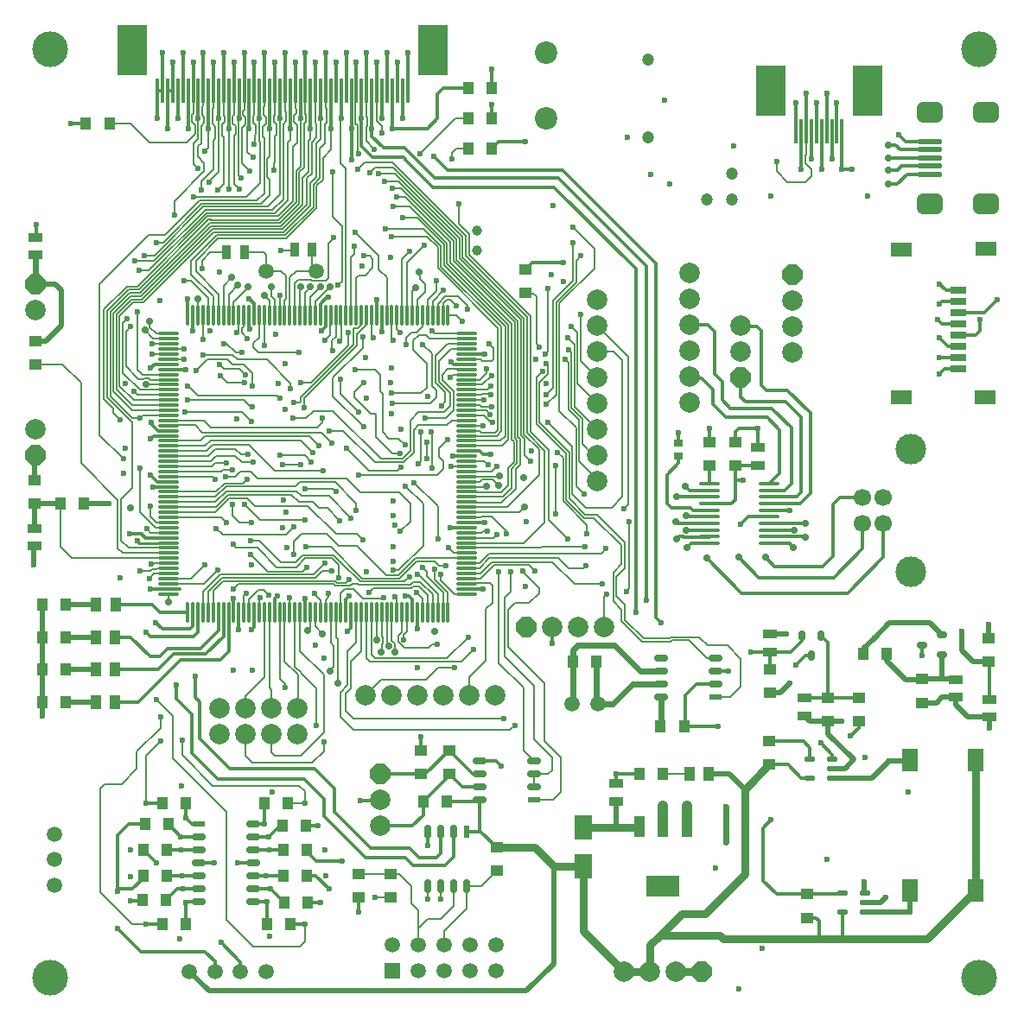
<source format=gtl>
G04 Layer_Physical_Order=1*
G04 Layer_Color=2232046*
%FSLAX44Y44*%
%MOMM*%
G71*
G01*
G75*
%ADD10R,1.0000X1.3000*%
G04:AMPARAMS|DCode=11|XSize=1.3208mm|YSize=0.6096mm|CornerRadius=0.1524mm|HoleSize=0mm|Usage=FLASHONLY|Rotation=180.000|XOffset=0mm|YOffset=0mm|HoleType=Round|Shape=RoundedRectangle|*
%AMROUNDEDRECTD11*
21,1,1.3208,0.3048,0,0,180.0*
21,1,1.0160,0.6096,0,0,180.0*
1,1,0.3048,-0.5080,0.1524*
1,1,0.3048,0.5080,0.1524*
1,1,0.3048,0.5080,-0.1524*
1,1,0.3048,-0.5080,-0.1524*
%
%ADD11ROUNDEDRECTD11*%
%ADD12R,1.2700X0.6096*%
G04:AMPARAMS|DCode=13|XSize=1.3208mm|YSize=0.6096mm|CornerRadius=0.1524mm|HoleSize=0mm|Usage=FLASHONLY|Rotation=270.000|XOffset=0mm|YOffset=0mm|HoleType=Round|Shape=RoundedRectangle|*
%AMROUNDEDRECTD13*
21,1,1.3208,0.3048,0,0,270.0*
21,1,1.0160,0.6096,0,0,270.0*
1,1,0.3048,-0.1524,-0.5080*
1,1,0.3048,-0.1524,0.5080*
1,1,0.3048,0.1524,0.5080*
1,1,0.3048,0.1524,-0.5080*
%
%ADD13ROUNDEDRECTD13*%
%ADD14R,0.6096X1.2700*%
%ADD15R,1.3000X1.0000*%
G04:AMPARAMS|DCode=16|XSize=0.65mm|YSize=1mm|CornerRadius=0.1625mm|HoleSize=0mm|Usage=FLASHONLY|Rotation=180.000|XOffset=0mm|YOffset=0mm|HoleType=Round|Shape=RoundedRectangle|*
%AMROUNDEDRECTD16*
21,1,0.6500,0.6750,0,0,180.0*
21,1,0.3250,1.0000,0,0,180.0*
1,1,0.3250,-0.1625,0.3375*
1,1,0.3250,0.1625,0.3375*
1,1,0.3250,0.1625,-0.3375*
1,1,0.3250,-0.1625,-0.3375*
%
%ADD16ROUNDEDRECTD16*%
G04:AMPARAMS|DCode=17|XSize=0.5mm|YSize=2.3mm|CornerRadius=0.125mm|HoleSize=0mm|Usage=FLASHONLY|Rotation=270.000|XOffset=0mm|YOffset=0mm|HoleType=Round|Shape=RoundedRectangle|*
%AMROUNDEDRECTD17*
21,1,0.5000,2.0500,0,0,270.0*
21,1,0.2500,2.3000,0,0,270.0*
1,1,0.2500,-1.0250,-0.1250*
1,1,0.2500,-1.0250,0.1250*
1,1,0.2500,1.0250,0.1250*
1,1,0.2500,1.0250,-0.1250*
%
%ADD17ROUNDEDRECTD17*%
G04:AMPARAMS|DCode=18|XSize=2mm|YSize=2.5mm|CornerRadius=0.5mm|HoleSize=0mm|Usage=FLASHONLY|Rotation=270.000|XOffset=0mm|YOffset=0mm|HoleType=Round|Shape=RoundedRectangle|*
%AMROUNDEDRECTD18*
21,1,2.0000,1.5000,0,0,270.0*
21,1,1.0000,2.5000,0,0,270.0*
1,1,1.0000,-0.7500,-0.5000*
1,1,1.0000,-0.7500,0.5000*
1,1,1.0000,0.7500,0.5000*
1,1,1.0000,0.7500,-0.5000*
%
%ADD18ROUNDEDRECTD18*%
%ADD19R,0.9000X0.8000*%
%ADD20R,0.3000X4.0000*%
%ADD21R,0.3000X5.0000*%
%ADD22R,3.0000X5.0000*%
%ADD23R,1.4000X0.8500*%
%ADD24R,0.8500X1.4000*%
%ADD25R,1.7500X2.4000*%
%ADD26R,1.0000X1.4000*%
%ADD27R,1.0000X2.1500*%
%ADD28R,3.2500X2.1500*%
%ADD29O,2.1000X0.3500*%
%ADD30R,2.0000X1.4500*%
%ADD31R,1.5000X0.8000*%
%ADD32O,0.3000X2.1000*%
%ADD33O,2.1000X0.3000*%
G04:AMPARAMS|DCode=34|XSize=0.65mm|YSize=1mm|CornerRadius=0.1625mm|HoleSize=0mm|Usage=FLASHONLY|Rotation=90.000|XOffset=0mm|YOffset=0mm|HoleType=Round|Shape=RoundedRectangle|*
%AMROUNDEDRECTD34*
21,1,0.6500,0.6750,0,0,90.0*
21,1,0.3250,1.0000,0,0,90.0*
1,1,0.3250,0.3375,0.1625*
1,1,0.3250,0.3375,-0.1625*
1,1,0.3250,-0.3375,-0.1625*
1,1,0.3250,-0.3375,0.1625*
%
%ADD34ROUNDEDRECTD34*%
G04:AMPARAMS|DCode=35|XSize=0.55mm|YSize=1mm|CornerRadius=0.1375mm|HoleSize=0mm|Usage=FLASHONLY|Rotation=90.000|XOffset=0mm|YOffset=0mm|HoleType=Round|Shape=RoundedRectangle|*
%AMROUNDEDRECTD35*
21,1,0.5500,0.7250,0,0,90.0*
21,1,0.2750,1.0000,0,0,90.0*
1,1,0.2750,0.3625,0.1375*
1,1,0.2750,0.3625,-0.1375*
1,1,0.2750,-0.3625,-0.1375*
1,1,0.2750,-0.3625,0.1375*
%
%ADD35ROUNDEDRECTD35*%
%ADD36R,1.6000X2.2000*%
%ADD37C,0.2000*%
%ADD38C,0.3000*%
%ADD39C,0.1520*%
%ADD40C,0.6000*%
%ADD41C,0.5000*%
%ADD42C,0.2500*%
%ADD43C,0.8000*%
%ADD44C,1.0000*%
%ADD45C,0.3200*%
%ADD46C,0.7000*%
%ADD47P,2.1648X8X202.5*%
%ADD48C,2.0000*%
%ADD49P,2.1648X8X292.5*%
%ADD50C,1.0000*%
%ADD51C,0.1000*%
%ADD52C,3.0000*%
%ADD53C,1.7000*%
%ADD54C,2.2000*%
%ADD55C,1.5000*%
%ADD56C,1.2000*%
%ADD57R,1.5000X1.5000*%
%ADD58C,0.6000*%
%ADD59C,0.5000*%
%ADD60C,3.5000*%
D10*
X585215Y1637250D02*
D03*
X608216D02*
D03*
X982750Y1613000D02*
D03*
X959750D02*
D03*
X982750Y1642500D02*
D03*
X959750D02*
D03*
X982750Y1672000D02*
D03*
X959750D02*
D03*
X938500Y972500D02*
D03*
X915500D02*
D03*
X802000Y900250D02*
D03*
X779000D02*
D03*
X683000Y852750D02*
D03*
X660000D02*
D03*
X660250Y971500D02*
D03*
X683250D02*
D03*
X762250Y852250D02*
D03*
X785250D02*
D03*
X565750Y1070250D02*
D03*
X542750D02*
D03*
X565750Y1102167D02*
D03*
X542750D02*
D03*
X565750Y1134083D02*
D03*
X542750D02*
D03*
X565750Y1166000D02*
D03*
X542750D02*
D03*
X1346750Y1117750D02*
D03*
X1369750D02*
D03*
X583500Y1264750D02*
D03*
X560500D02*
D03*
X802750Y873500D02*
D03*
X779750D02*
D03*
X1148250Y1046750D02*
D03*
X1171250D02*
D03*
X1062250Y1110250D02*
D03*
X1085250Y1110250D02*
D03*
X1127500Y1000000D02*
D03*
X1150500D02*
D03*
X778500Y925500D02*
D03*
X801500D02*
D03*
X783250Y971000D02*
D03*
X760250D02*
D03*
X777750Y949500D02*
D03*
X800750D02*
D03*
X664250Y899750D02*
D03*
X641250D02*
D03*
X664000Y876750D02*
D03*
X641000D02*
D03*
X664500Y925500D02*
D03*
X641500D02*
D03*
X666000Y950500D02*
D03*
X643000D02*
D03*
D11*
X971330Y974450D02*
D03*
Y987150D02*
D03*
Y1012550D02*
D03*
Y999850D02*
D03*
X1024670Y987150D02*
D03*
Y1012550D02*
D03*
Y999850D02*
D03*
X1201920Y1100850D02*
D03*
X1201920Y1113550D02*
D03*
Y1088150D02*
D03*
X1148580Y1100850D02*
D03*
X1148580Y1113550D02*
D03*
Y1088150D02*
D03*
X1148580Y1075450D02*
D03*
X749170Y912750D02*
D03*
X695830D02*
D03*
X749170Y925450D02*
D03*
X749170Y950850D02*
D03*
Y938150D02*
D03*
Y874650D02*
D03*
X749170Y900050D02*
D03*
X749170Y887350D02*
D03*
X695830Y925450D02*
D03*
X695830Y938150D02*
D03*
Y874650D02*
D03*
Y887350D02*
D03*
X695830Y900050D02*
D03*
D12*
X1024670Y974450D02*
D03*
X1201920Y1075450D02*
D03*
X695830Y950850D02*
D03*
D13*
X958150Y890130D02*
D03*
X945450D02*
D03*
X920050D02*
D03*
X932750D02*
D03*
X945450Y943470D02*
D03*
X920050D02*
D03*
X932750D02*
D03*
D14*
X958150D02*
D03*
D15*
X913250Y999750D02*
D03*
Y1022750D02*
D03*
X941000Y1000000D02*
D03*
Y1023000D02*
D03*
X1015500Y1494250D02*
D03*
Y1471250D02*
D03*
X1469750Y1133000D02*
D03*
Y1110000D02*
D03*
X1404500Y1069750D02*
D03*
Y1092750D02*
D03*
X852250Y878750D02*
D03*
Y901750D02*
D03*
X884100Y901800D02*
D03*
Y878800D02*
D03*
X987600Y905050D02*
D03*
Y928050D02*
D03*
X1255000Y1102500D02*
D03*
Y1079500D02*
D03*
X1312250Y1074250D02*
D03*
Y1051250D02*
D03*
X1254750Y1009000D02*
D03*
Y1032000D02*
D03*
X1291750Y859000D02*
D03*
Y882000D02*
D03*
X1342250Y1051250D02*
D03*
Y1074250D02*
D03*
X1221250Y1302500D02*
D03*
Y1325500D02*
D03*
X1196000Y1302500D02*
D03*
Y1325500D02*
D03*
X536000Y1401250D02*
D03*
Y1424250D02*
D03*
X535000Y1265035D02*
D03*
X535000Y1288035D02*
D03*
D16*
X1305500Y1135750D02*
D03*
X1286500D02*
D03*
X1296000Y1115750D02*
D03*
D17*
X1411750Y1603750D02*
D03*
Y1587750D02*
D03*
Y1595750D02*
D03*
Y1611750D02*
D03*
Y1619750D02*
D03*
D18*
Y1558750D02*
D03*
Y1648750D02*
D03*
X1466750Y1558750D02*
D03*
Y1648750D02*
D03*
D19*
X1165750Y1324500D02*
D03*
Y1311500D02*
D03*
D20*
X895250Y1662250D02*
D03*
X890250Y1677250D02*
D03*
X875250Y1662250D02*
D03*
X870250Y1677250D02*
D03*
X855250Y1662250D02*
D03*
X850250Y1677250D02*
D03*
X835250Y1662250D02*
D03*
X830250Y1677250D02*
D03*
X815250Y1662250D02*
D03*
X810250Y1677250D02*
D03*
X795250Y1662250D02*
D03*
X790250Y1677250D02*
D03*
X775250Y1662250D02*
D03*
X770250Y1677250D02*
D03*
X755250Y1662250D02*
D03*
X750250Y1677250D02*
D03*
X735250Y1662250D02*
D03*
X730250Y1677250D02*
D03*
X690250D02*
D03*
X710250D02*
D03*
X715250Y1662250D02*
D03*
X695250D02*
D03*
X675250D02*
D03*
X670250Y1677250D02*
D03*
X655250Y1662250D02*
D03*
X1321000Y1637500D02*
D03*
X1316000Y1622500D02*
D03*
X1301000Y1637500D02*
D03*
X1296000Y1622500D02*
D03*
X1281000Y1637500D02*
D03*
D21*
X885250Y1657250D02*
D03*
X865250D02*
D03*
X845250D02*
D03*
X825250D02*
D03*
X805250D02*
D03*
X785250D02*
D03*
X765250D02*
D03*
X745250D02*
D03*
X725250D02*
D03*
X705250D02*
D03*
X685250D02*
D03*
X665250D02*
D03*
X900250Y1682250D02*
D03*
X880250D02*
D03*
X860250D02*
D03*
X840250D02*
D03*
X820250D02*
D03*
X800250D02*
D03*
X780250D02*
D03*
X760250D02*
D03*
X740250D02*
D03*
X720250D02*
D03*
X700250D02*
D03*
X680250D02*
D03*
X660250D02*
D03*
X1326000Y1617500D02*
D03*
X1311000Y1642500D02*
D03*
X1306000Y1617500D02*
D03*
X1291000Y1642500D02*
D03*
X1286000Y1617500D02*
D03*
D22*
X630250Y1709750D02*
D03*
X925250D02*
D03*
X1351000Y1670000D02*
D03*
X1256000D02*
D03*
D23*
X1255250Y1136750D02*
D03*
Y1119250D02*
D03*
X1470250Y1055500D02*
D03*
Y1073000D02*
D03*
X1289000Y1057000D02*
D03*
Y1074500D02*
D03*
X1437250Y1075000D02*
D03*
Y1092500D02*
D03*
X1104750Y990500D02*
D03*
Y973000D02*
D03*
X1243750Y1320000D02*
D03*
Y1302500D02*
D03*
X535750Y1508500D02*
D03*
X535750Y1526000D02*
D03*
X535000Y1223250D02*
D03*
X535000Y1240750D02*
D03*
D24*
X722750Y1511250D02*
D03*
X740250D02*
D03*
X789500Y1514000D02*
D03*
X807000D02*
D03*
D25*
X1072750Y909750D02*
D03*
Y947750D02*
D03*
D26*
X614000Y1070000D02*
D03*
X595000D02*
D03*
X614000Y1102500D02*
D03*
X595000D02*
D03*
X614000Y1134000D02*
D03*
X595000D02*
D03*
X614250Y1165750D02*
D03*
X595250D02*
D03*
X1176500Y1000000D02*
D03*
X1195500D02*
D03*
D27*
X1173750Y948000D02*
D03*
X1150750Y948000D02*
D03*
X1127750Y948000D02*
D03*
D28*
X1150750Y889500D02*
D03*
D29*
X1254250Y1226000D02*
D03*
Y1232500D02*
D03*
Y1239000D02*
D03*
Y1245500D02*
D03*
Y1252000D02*
D03*
Y1258500D02*
D03*
Y1265000D02*
D03*
Y1271500D02*
D03*
Y1278000D02*
D03*
Y1284500D02*
D03*
X1196250Y1226000D02*
D03*
Y1232500D02*
D03*
Y1239000D02*
D03*
Y1245500D02*
D03*
Y1252000D02*
D03*
Y1258500D02*
D03*
Y1265000D02*
D03*
Y1271500D02*
D03*
Y1278000D02*
D03*
Y1284500D02*
D03*
D30*
X1384000Y1369000D02*
D03*
Y1514000D02*
D03*
X1467000Y1515000D02*
D03*
X1466000Y1369000D02*
D03*
D31*
X1440000Y1474000D02*
D03*
Y1463000D02*
D03*
Y1452000D02*
D03*
Y1441000D02*
D03*
Y1430000D02*
D03*
Y1419000D02*
D03*
Y1408000D02*
D03*
Y1397000D02*
D03*
D32*
X939971Y1449931D02*
D03*
X934971D02*
D03*
X929971D02*
D03*
X924971D02*
D03*
X919971D02*
D03*
X914971D02*
D03*
X909971D02*
D03*
X904971D02*
D03*
X899971D02*
D03*
X894971D02*
D03*
X889971D02*
D03*
X884971D02*
D03*
X879971D02*
D03*
X874971D02*
D03*
X869971D02*
D03*
X864971D02*
D03*
X859971D02*
D03*
X854971D02*
D03*
X849971D02*
D03*
X844971D02*
D03*
X839971D02*
D03*
X834971D02*
D03*
X829971D02*
D03*
X824971D02*
D03*
X819971D02*
D03*
X814971D02*
D03*
X809971D02*
D03*
X804971D02*
D03*
X799971D02*
D03*
X794971D02*
D03*
X789971D02*
D03*
X784971D02*
D03*
X779971D02*
D03*
X774971D02*
D03*
X769971D02*
D03*
X764971D02*
D03*
X759971D02*
D03*
X754971D02*
D03*
X749971D02*
D03*
X744971D02*
D03*
X739971D02*
D03*
X734971D02*
D03*
X729971D02*
D03*
X724971D02*
D03*
X719971D02*
D03*
X714971D02*
D03*
X709971D02*
D03*
X704971D02*
D03*
X699971D02*
D03*
X694971D02*
D03*
X689971D02*
D03*
X684971D02*
D03*
Y1157931D02*
D03*
X689971D02*
D03*
X694971D02*
D03*
X699971D02*
D03*
X704971D02*
D03*
X709971D02*
D03*
X714971D02*
D03*
X719971D02*
D03*
X724971D02*
D03*
X729971D02*
D03*
X734971D02*
D03*
X739971D02*
D03*
X744971D02*
D03*
X749971D02*
D03*
X754971D02*
D03*
X759971D02*
D03*
X764971D02*
D03*
X769971D02*
D03*
X774971D02*
D03*
X779971D02*
D03*
X784971D02*
D03*
X789971D02*
D03*
X794971D02*
D03*
X799971D02*
D03*
X804971D02*
D03*
X809971D02*
D03*
X814971D02*
D03*
X819971D02*
D03*
X824971D02*
D03*
X829971D02*
D03*
X834971D02*
D03*
X839971D02*
D03*
X844971D02*
D03*
X849971D02*
D03*
X854971D02*
D03*
X859971D02*
D03*
X864971D02*
D03*
X869971D02*
D03*
X874971D02*
D03*
X879971D02*
D03*
X884971D02*
D03*
X889971D02*
D03*
X894971D02*
D03*
X899971D02*
D03*
X904971D02*
D03*
X909971D02*
D03*
X914971D02*
D03*
X919971D02*
D03*
X924971D02*
D03*
X929971D02*
D03*
X934971D02*
D03*
X939971D02*
D03*
D33*
X666471Y1431431D02*
D03*
Y1426431D02*
D03*
Y1421431D02*
D03*
Y1416431D02*
D03*
Y1411431D02*
D03*
Y1406431D02*
D03*
Y1401431D02*
D03*
Y1396431D02*
D03*
Y1391431D02*
D03*
Y1386431D02*
D03*
Y1381431D02*
D03*
Y1376431D02*
D03*
Y1371431D02*
D03*
Y1366431D02*
D03*
Y1361431D02*
D03*
Y1356431D02*
D03*
Y1351431D02*
D03*
Y1346431D02*
D03*
Y1341431D02*
D03*
Y1336431D02*
D03*
Y1331431D02*
D03*
Y1326431D02*
D03*
Y1321431D02*
D03*
Y1316431D02*
D03*
Y1311431D02*
D03*
Y1306431D02*
D03*
Y1301431D02*
D03*
Y1296431D02*
D03*
Y1291431D02*
D03*
Y1286431D02*
D03*
Y1281431D02*
D03*
Y1276431D02*
D03*
Y1271431D02*
D03*
Y1266431D02*
D03*
Y1261431D02*
D03*
Y1256431D02*
D03*
Y1251431D02*
D03*
Y1246431D02*
D03*
Y1241431D02*
D03*
Y1236431D02*
D03*
Y1231431D02*
D03*
Y1226431D02*
D03*
Y1221431D02*
D03*
Y1216431D02*
D03*
Y1211431D02*
D03*
Y1206431D02*
D03*
Y1201431D02*
D03*
Y1196431D02*
D03*
Y1191431D02*
D03*
Y1186431D02*
D03*
Y1181431D02*
D03*
Y1176431D02*
D03*
X958471D02*
D03*
Y1181431D02*
D03*
Y1186431D02*
D03*
Y1191431D02*
D03*
Y1196431D02*
D03*
Y1201431D02*
D03*
Y1206431D02*
D03*
Y1211431D02*
D03*
Y1216431D02*
D03*
Y1221431D02*
D03*
Y1226431D02*
D03*
Y1231431D02*
D03*
Y1236431D02*
D03*
Y1241431D02*
D03*
Y1246431D02*
D03*
Y1251431D02*
D03*
Y1256431D02*
D03*
Y1261431D02*
D03*
Y1266431D02*
D03*
Y1271431D02*
D03*
Y1276431D02*
D03*
Y1281431D02*
D03*
Y1286431D02*
D03*
Y1291431D02*
D03*
Y1296431D02*
D03*
Y1301431D02*
D03*
Y1306431D02*
D03*
Y1311431D02*
D03*
Y1316431D02*
D03*
Y1321431D02*
D03*
Y1326431D02*
D03*
Y1331431D02*
D03*
Y1336431D02*
D03*
Y1341431D02*
D03*
Y1346431D02*
D03*
Y1351431D02*
D03*
Y1356431D02*
D03*
Y1361431D02*
D03*
Y1366431D02*
D03*
Y1371431D02*
D03*
Y1376431D02*
D03*
Y1381431D02*
D03*
Y1386431D02*
D03*
Y1391431D02*
D03*
Y1396431D02*
D03*
Y1401431D02*
D03*
Y1406431D02*
D03*
Y1411431D02*
D03*
Y1416431D02*
D03*
Y1421431D02*
D03*
Y1426431D02*
D03*
Y1431431D02*
D03*
D34*
X1424000Y1117000D02*
D03*
Y1136000D02*
D03*
X1404000Y1126500D02*
D03*
D35*
X1326250Y864250D02*
D03*
Y883250D02*
D03*
X1348250D02*
D03*
X1348250Y873750D02*
D03*
X1348250Y864250D02*
D03*
X1294750Y995750D02*
D03*
Y1014750D02*
D03*
X1316750D02*
D03*
X1316750Y1005250D02*
D03*
X1316750Y995750D02*
D03*
D36*
X1392500Y885500D02*
D03*
X1456500D02*
D03*
X1392500Y1013483D02*
D03*
X1456500D02*
D03*
D37*
X1261750Y1591000D02*
Y1600250D01*
Y1591000D02*
X1272750Y1580000D01*
X1290000D01*
X1295750Y1585750D01*
Y1592770D01*
X1290020Y1598500D02*
X1295750Y1592770D01*
X1290020Y1598500D02*
Y1606250D01*
X1291000Y1607230D01*
Y1642500D01*
X947000D02*
X959750D01*
X912500Y1608000D02*
X947000Y1642500D01*
X851230Y1609520D02*
X852500Y1608250D01*
X851230Y1609520D02*
Y1635770D01*
X849270Y1637730D02*
X851230Y1635770D01*
X849270Y1637730D02*
Y1676270D01*
X850250Y1677250D01*
X948000Y1613000D02*
X959750D01*
X943750Y1608750D02*
X948000Y1613000D01*
X943750Y1602500D02*
Y1608750D01*
X807000Y1011000D02*
X818250Y1022250D01*
X748500Y1011000D02*
X807000D01*
X741750Y1017750D02*
X748500Y1011000D01*
X795500Y1017750D02*
X818500Y1040750D01*
X770250Y1017750D02*
X795500D01*
X766500Y1021500D02*
X770250Y1017750D01*
X784971Y1172471D02*
X785000Y1172500D01*
X784971Y1157931D02*
Y1172471D01*
X754971Y1171471D02*
X756250Y1172750D01*
X754971Y1157931D02*
Y1171471D01*
X741750Y1017750D02*
Y1038750D01*
X818250Y1022250D02*
Y1031250D01*
X818500Y1040750D02*
Y1097000D01*
X811250Y1047250D02*
Y1083500D01*
X796270Y1098480D02*
X811250Y1083500D01*
X796270Y1098480D02*
Y1098708D01*
X789971Y1105007D02*
X796270Y1098708D01*
X766500Y1038100D02*
X767220Y1038820D01*
X766500Y1021500D02*
Y1038100D01*
X794971Y1120529D02*
X818500Y1097000D01*
X794971Y1120529D02*
Y1157931D01*
X741750Y1038750D02*
X741820Y1038820D01*
X789971Y1105007D02*
Y1157931D01*
X780750Y1084500D02*
Y1087750D01*
X792620Y1064220D02*
X792750Y1064350D01*
Y1097250D01*
X779971Y1110029D02*
X792750Y1097250D01*
X779971Y1110029D02*
Y1157931D01*
X774971Y1093529D02*
X780750Y1087750D01*
X774971Y1093529D02*
Y1157931D01*
X767220Y1064220D02*
X767250Y1064250D01*
Y1082500D01*
X764971Y1084779D02*
X767250Y1082500D01*
X764971Y1084779D02*
Y1157931D01*
X809971Y1144529D02*
X817000Y1137500D01*
X809971Y1144529D02*
Y1157931D01*
X899250Y1420500D02*
Y1427750D01*
X904069Y1432569D01*
X908931D01*
X912000Y1491750D02*
X912500Y1491250D01*
X909971Y1449931D02*
Y1464471D01*
X915000Y1438639D02*
Y1450000D01*
X1015500Y1471250D02*
X1015750Y1471000D01*
X1023500D01*
X1026500Y1468000D01*
Y1421750D02*
Y1468000D01*
X908931Y1432569D02*
X915000Y1438639D01*
X824971Y1128279D02*
Y1157931D01*
Y1128279D02*
X828000Y1125250D01*
Y1104750D02*
Y1125250D01*
X824250Y1101000D02*
X828000Y1104750D01*
X829971Y1134029D02*
Y1157931D01*
Y1134029D02*
X832250Y1131750D01*
Y1089000D02*
Y1131750D01*
X912500Y1485188D02*
Y1491250D01*
Y1485188D02*
X917579Y1480109D01*
X909971Y1464471D02*
X917579Y1472079D01*
Y1480109D01*
X904971Y1449931D02*
Y1472971D01*
X908500Y1476500D01*
X1086000Y1439600D02*
X1116500Y1409100D01*
Y1264000D02*
Y1409100D01*
X1112000Y1259500D02*
X1116500Y1264000D01*
X1026500Y1421750D02*
X1029750Y1418500D01*
D38*
X1286000Y1592500D02*
X1286000Y1592500D01*
X926750Y1584000D02*
X1048000D01*
X897250Y1613500D02*
X926750Y1584000D01*
X876750Y1613500D02*
X897250D01*
X925486Y1575250D02*
X1044000D01*
X898480Y1602256D02*
X925486Y1575250D01*
X898480Y1602256D02*
Y1602770D01*
X896500Y1604750D02*
X898480Y1602770D01*
X855250Y1615500D02*
X866000Y1604750D01*
X855250Y1615500D02*
Y1642250D01*
Y1662250D01*
X845250Y1602250D02*
Y1632250D01*
X845250Y1602250D02*
X845250Y1602250D01*
X865250Y1625000D02*
X876750Y1613500D01*
X865250Y1625000D02*
Y1632250D01*
X866000Y1604750D02*
X896500D01*
X845250Y1632250D02*
Y1657250D01*
X885250Y1632250D02*
X919750D01*
X885250D02*
Y1657250D01*
X919750Y1632250D02*
X929750Y1642250D01*
Y1666250D01*
X935500Y1672000D01*
X959750D01*
X982750Y1656500D02*
X982750Y1656500D01*
Y1642500D02*
Y1656500D01*
X982750Y1690500D02*
X982750Y1690500D01*
Y1672000D02*
Y1690500D01*
Y1613000D02*
X989500Y1619750D01*
X1015750D01*
X570500Y1637250D02*
X585215D01*
X1041750Y1128250D02*
X1042050Y1128550D01*
Y1144250D01*
X689050Y950950D02*
X695730D01*
X683250Y956750D02*
X689050Y950950D01*
X683250Y956750D02*
Y971500D01*
X762000Y900000D02*
X779500D01*
X779750Y899750D01*
X761950Y900050D02*
X762000Y900000D01*
X749170Y900050D02*
X761950D01*
X749170Y925450D02*
X778450D01*
X616500Y884750D02*
X618750Y887000D01*
X630500D01*
X641250Y897750D01*
Y899750D01*
X616500Y884750D02*
Y940000D01*
X640000Y901000D02*
X641250Y899750D01*
X852250Y864500D02*
Y878750D01*
X913250Y1022750D02*
Y1036250D01*
X964150Y999850D02*
X971330D01*
X941000Y1023000D02*
X964150Y999850D01*
X917750Y999750D02*
X941000Y1023000D01*
X913250Y999750D02*
X917750D01*
X953850Y987150D02*
X971330D01*
X941000Y1000000D02*
X953850Y987150D01*
X941000Y998000D02*
Y1000000D01*
X915500Y972500D02*
X941000Y998000D01*
X969380Y972500D02*
X971330Y974450D01*
X938500Y972500D02*
X969380D01*
X854000Y974000D02*
X873350D01*
X873750Y974400D01*
Y949000D02*
X874000Y949250D01*
X905250D01*
X915500Y959500D01*
Y972500D01*
X873800Y999750D02*
X913250D01*
X864000Y927000D02*
X902750D01*
X828672Y962327D02*
X864000Y927000D01*
X828672Y962327D02*
Y985328D01*
X859000Y917750D02*
X898250D01*
X818250Y958500D02*
X859000Y917750D01*
X818250Y958500D02*
Y975500D01*
X809230Y1004770D02*
X828672Y985328D01*
X725893Y1004770D02*
X809230D01*
X799000Y994750D02*
X818250Y975500D01*
X971330Y944320D02*
X972180Y943470D01*
X971330Y944320D02*
Y974450D01*
Y1012550D02*
X986950D01*
X991750Y1007750D01*
X902750Y927000D02*
X911750Y918000D01*
X932750Y921750D02*
Y943470D01*
X929000Y918000D02*
X932750Y921750D01*
X911750Y918000D02*
X929000D01*
X905750Y910250D02*
X937250D01*
X898250Y917750D02*
X905750Y910250D01*
X945500Y918500D02*
Y943420D01*
X937250Y910250D02*
X945500Y918500D01*
X945450Y943470D02*
X945500Y943420D01*
X714000Y994750D02*
X799000D01*
X688750Y1020000D02*
X714000Y994750D01*
X688750Y1020000D02*
Y1058500D01*
X674000Y1073250D02*
X688750Y1058500D01*
X674000Y1073250D02*
Y1087250D01*
X696270Y1034393D02*
X725893Y1004770D01*
X696270Y1034393D02*
Y1070665D01*
X692000Y1074935D02*
X696270Y1070665D01*
X692000Y1074935D02*
Y1095750D01*
X653750Y1148392D02*
Y1148500D01*
Y1148392D02*
X659892Y1142250D01*
X920000Y929500D02*
X920050Y929550D01*
Y943470D01*
X800750Y949500D02*
X812750D01*
X760250Y950750D02*
Y971000D01*
X760150Y950850D02*
X760250Y950750D01*
X749170Y950850D02*
X760150D01*
X775250Y949500D02*
X777750D01*
X764000Y938250D02*
X775250Y949500D01*
X763900Y938150D02*
X764000Y938250D01*
X749170Y938150D02*
X763900D01*
X778450Y925450D02*
X778500Y925500D01*
X802750Y873500D02*
X814750D01*
X766000Y887250D02*
X779750Y873500D01*
X765750Y887250D02*
X766000D01*
X765650Y887350D02*
X765750Y887250D01*
X749170Y887350D02*
X765650D01*
X762100Y874650D02*
X762250Y874500D01*
X749170Y874650D02*
X762100D01*
X762250Y852250D02*
Y874500D01*
X810250Y900250D02*
X823250Y887250D01*
X802000Y900250D02*
X810250D01*
X749170Y900050D02*
X749370Y900250D01*
X733750Y912750D02*
X749170D01*
X695830D02*
X710750D01*
X683000Y873750D02*
X683900Y874650D01*
X695830D01*
X683000Y852750D02*
Y873750D01*
X695730Y887250D02*
X695830Y887350D01*
X680250Y887250D02*
X695730D01*
X674500D02*
X680250D01*
X664000Y876750D02*
X674500Y887250D01*
X628750Y875750D02*
X640000D01*
X641000Y876750D01*
X679500Y899750D02*
X679800Y900050D01*
X695830D01*
X664250Y899750D02*
X679500D01*
X664500Y925500D02*
X678500D01*
X695780D02*
X695830Y925450D01*
X678500Y925500D02*
X695780D01*
X666000Y950500D02*
X678250Y938250D01*
X678350Y938150D01*
X1248750Y947000D02*
X1256500Y954750D01*
X1248750Y895250D02*
Y947000D01*
X1144000Y1153000D02*
X1148750Y1148250D01*
X1144000Y1153000D02*
Y1500000D01*
X1123750Y1158500D02*
X1124000Y1158750D01*
X1127250Y999750D02*
X1127500Y1000000D01*
X1104750Y999750D02*
X1127250D01*
X635500Y1228250D02*
X637319Y1226431D01*
X643319Y1231431D02*
X666471D01*
X639500Y1235250D02*
X643319Y1231431D01*
X628000Y1235250D02*
X639500D01*
X745250Y1465750D02*
X749971Y1461029D01*
Y1449931D02*
Y1461029D01*
X665500Y1669750D02*
X668750D01*
X665250Y1670000D02*
X665500Y1669750D01*
X665250Y1657250D02*
Y1670000D01*
X655250Y1669750D02*
X658750D01*
X655250D02*
X655250Y1669750D01*
Y1662250D02*
Y1669750D01*
X1461500Y1434500D02*
Y1445000D01*
X1457000Y1430000D02*
X1461500Y1434500D01*
X1440000Y1430000D02*
X1457000D01*
X874971Y1433279D02*
X875000Y1433250D01*
X874971Y1433279D02*
Y1449931D01*
X859250Y1408000D02*
X859319Y1407931D01*
X839971Y1170971D02*
X843250Y1174250D01*
X839971Y1157931D02*
Y1170971D01*
X651069Y1281431D02*
X666471D01*
X648250Y1293000D02*
X654819Y1286431D01*
X666471D01*
X655819Y1336431D02*
X666471D01*
X648750Y1328750D02*
X651431Y1331431D01*
X666471D01*
X744971Y1436529D02*
X745750Y1435750D01*
X744971Y1436529D02*
Y1449931D01*
X747500Y1141750D02*
X749971Y1144221D01*
Y1157931D01*
X841750Y1139750D02*
X844971Y1142971D01*
Y1157931D01*
X1015500Y1494250D02*
X1018750D01*
X1278750Y1239000D02*
X1278750Y1239000D01*
X1254250Y1239000D02*
X1278750D01*
X1289750Y1232500D02*
X1290250Y1232000D01*
X1274500Y1226000D02*
X1278500Y1222000D01*
X1254250Y1226000D02*
X1274500D01*
X1172750Y1282000D02*
X1176750Y1278000D01*
X1196250D01*
X1163750Y1271500D02*
X1163750Y1271500D01*
X1196250D01*
X1173500Y1238750D02*
X1173750Y1239000D01*
X1196250D01*
X1174500Y1222000D02*
X1178500Y1226000D01*
X1196250D01*
X1226500Y1244500D02*
X1234000Y1252000D01*
X1254250D01*
X821250Y1467250D02*
X822750D01*
X814971Y1460971D02*
X821250Y1467250D01*
X814971Y1449931D02*
Y1460971D01*
X901500Y1174500D02*
X904971Y1171029D01*
Y1157931D02*
Y1171029D01*
X925750Y1605000D02*
X939250Y1591500D01*
X1248750Y895250D02*
X1262000Y882000D01*
X1291750D01*
X657386Y1114750D02*
X665636Y1123000D01*
X648000Y1114750D02*
X657386D01*
X628750Y1134000D02*
X648000Y1114750D01*
X690500Y1134750D02*
X694971Y1139221D01*
Y1157931D01*
X614000Y1134000D02*
X628750D01*
X687500Y1142250D02*
X689971Y1144721D01*
Y1157931D01*
X724971Y1120471D02*
Y1157931D01*
X716500Y1112000D02*
X724971Y1120471D01*
X734971Y1141779D02*
Y1157931D01*
X1469750Y1110000D02*
X1470250Y1109500D01*
Y1073000D02*
Y1109500D01*
X1316750Y1014750D02*
Y1019000D01*
X1305250Y1030500D02*
X1316750Y1019000D01*
X1294750Y1014750D02*
Y1025250D01*
X1288000Y1032000D02*
X1294750Y1025250D01*
X1286250Y995750D02*
X1294750D01*
X1273000Y1009000D02*
X1286250Y995750D01*
X1334000Y1037000D02*
X1342250Y1045250D01*
Y1051250D01*
X1312000Y1074500D02*
X1312500Y1075000D01*
Y1128750D01*
X1255250Y1119250D02*
X1275500D01*
X1255000Y1102500D02*
X1255250Y1102750D01*
Y1119250D01*
X1326000Y1592500D02*
X1336000D01*
X1326250Y838250D02*
Y864250D01*
X1303500Y838250D02*
Y856000D01*
X785750Y852500D02*
X799750D01*
X1104750Y990500D02*
Y999750D01*
X1421500Y1392000D02*
X1426500Y1397000D01*
X1440000D01*
X1421750Y1408000D02*
X1440000D01*
X1421500Y1427250D02*
X1429750Y1419000D01*
X1440000D01*
X1421500Y1460500D02*
X1424000Y1463000D01*
X1440000D01*
X1421750Y1480000D02*
X1427750Y1474000D01*
X1440000D01*
X778500Y1268000D02*
Y1268019D01*
X778543Y1268062D01*
X860000Y1368000D02*
X860069Y1367931D01*
X799971Y1157931D02*
Y1172029D01*
X769971Y1171471D02*
X772750Y1174250D01*
X769971Y1157931D02*
Y1171471D01*
X648750Y1181250D02*
X648931Y1181431D01*
X666471D01*
Y1396431D02*
X683181D01*
X815750Y1434000D02*
X819971Y1438221D01*
Y1449931D01*
X943250Y1403500D02*
X945319Y1401431D01*
X958471D01*
X944431Y1311431D02*
X958471D01*
X942319Y1241431D02*
X958471D01*
X975681Y1246431D02*
X975750Y1246500D01*
X958471Y1246431D02*
X975681D01*
X958471Y1411431D02*
X975931D01*
X749971Y1449931D02*
X750000Y1449960D01*
X689971Y1434529D02*
Y1449931D01*
X684971Y1465971D02*
X685000Y1466000D01*
X684971Y1449931D02*
Y1465971D01*
X909971Y1142279D02*
Y1157931D01*
X869971Y1449931D02*
Y1464721D01*
X666471Y1181431D02*
X676835D01*
X898000Y1174500D02*
X901500D01*
X644000Y971500D02*
X659500D01*
X644500Y852500D02*
X659750D01*
X958150Y943470D02*
X972180D01*
X987600Y928050D01*
X975931Y1411431D02*
X976000Y1411500D01*
X1291750Y859000D02*
X1300500D01*
X1303500Y856000D01*
X1291750Y882000D02*
X1324000D01*
X1254750Y1032000D02*
X1288000D01*
X1254750Y1009000D02*
X1273000D01*
X1440000Y1452000D02*
X1465000D01*
X1478000Y1465000D01*
X1289000Y1074500D02*
X1312000D01*
X1312250Y1074250D01*
X1341500D01*
X1183650Y1088150D02*
X1201920D01*
X1172250Y1076750D02*
X1183650Y1088150D01*
X1172250Y1047750D02*
Y1076750D01*
X1171250Y1046750D02*
X1172250Y1047750D01*
X1171250Y1046750D02*
X1204750D01*
X1201920Y1100850D02*
X1214850D01*
X1215000Y1101000D01*
X652181Y1401431D02*
X666471D01*
X648750Y1398000D02*
X652181Y1401431D01*
X614250Y1165750D02*
X649750D01*
X657569Y1157931D01*
X684971D01*
X614000Y1070000D02*
X636108D01*
X678108Y1112000D01*
X716500D01*
X614000Y1102500D02*
X656250D01*
X671250Y1117500D01*
X702750D01*
X659892Y1142250D02*
X687500D01*
X644500Y1138750D02*
X648500Y1134750D01*
X690500D01*
X627000Y950500D02*
X643000D01*
X616500Y940000D02*
X627000Y950500D01*
X616500Y848250D02*
X639000Y825750D01*
X702000D01*
X711500Y816250D01*
Y806500D02*
Y816250D01*
X800000Y925500D02*
X811250Y914250D01*
X836500D01*
X643750Y923250D02*
Y925500D01*
Y923250D02*
X654000Y913000D01*
X736500Y806500D02*
Y815500D01*
X717500Y834500D02*
X736500Y815500D01*
X958471Y1181431D02*
X974681D01*
X729971Y1157931D02*
Y1171471D01*
X1254250Y1258500D02*
X1275250D01*
X1275250Y1258500D01*
X1173750Y1252000D02*
X1196250D01*
X1173000Y1252750D02*
X1173750Y1252000D01*
X1196000Y1284750D02*
Y1302500D01*
Y1284750D02*
X1196250Y1284500D01*
Y1265000D02*
X1217500D01*
X1221250Y1268750D01*
Y1302500D02*
X1243750D01*
X1221250Y1325500D02*
Y1335000D01*
X1224750Y1338500D01*
X1243750D01*
Y1320000D02*
Y1338500D01*
X535750Y1526000D02*
X536500Y1526750D01*
Y1538250D01*
X939250Y1591500D02*
X1052500D01*
X1144000Y1500000D01*
X1048000Y1584000D02*
X1134250Y1497750D01*
Y1169750D02*
Y1497750D01*
X1044000Y1575250D02*
X1124000Y1495250D01*
Y1158750D02*
Y1495250D01*
X1179750Y1258500D02*
X1196250D01*
X1177500Y1260750D02*
X1179750Y1258500D01*
X1158750Y1260750D02*
X1177500D01*
X1154250Y1265250D02*
X1158750Y1260750D01*
X1154250Y1265250D02*
Y1293000D01*
X1165750Y1304500D01*
Y1311500D01*
X1196000Y1325500D02*
Y1339000D01*
X1254250Y1271500D02*
X1281500D01*
X1286250Y1276250D01*
Y1349750D01*
X1271000Y1365000D02*
X1286250Y1349750D01*
X1231500Y1365000D02*
X1271000D01*
X1227000Y1369500D02*
X1231500Y1365000D01*
X1227000Y1369500D02*
Y1388100D01*
X1226250Y1388850D02*
X1227000Y1388100D01*
X1254250Y1265000D02*
X1285250D01*
X1295250Y1275000D01*
Y1353500D01*
X1272500Y1376250D02*
X1295250Y1353500D01*
X1252000Y1376250D02*
X1272500D01*
X1247250Y1381000D02*
X1252000Y1376250D01*
X1247250Y1381000D02*
Y1434500D01*
X1243000Y1438750D02*
X1247250Y1434500D01*
X1227150Y1438750D02*
X1243000D01*
X1226250Y1439650D02*
X1227150Y1438750D01*
X1176500Y1389150D02*
X1178150Y1387500D01*
X1188250D01*
X1199250Y1376500D01*
Y1362000D02*
Y1376500D01*
Y1362000D02*
X1212000Y1349250D01*
X1252500D01*
X1264750Y1337000D01*
Y1295000D02*
Y1337000D01*
X1254250Y1284500D02*
X1264750Y1295000D01*
X1176500Y1439950D02*
X1194550D01*
X1201000Y1433500D01*
Y1391750D02*
Y1433500D01*
Y1391750D02*
X1208500Y1384250D01*
Y1366500D02*
Y1384250D01*
Y1366500D02*
X1216500Y1358500D01*
X1257000D01*
X1276250Y1339250D01*
Y1284250D02*
Y1339250D01*
X1270000Y1278000D02*
X1276250Y1284250D01*
X1254250Y1278000D02*
X1270000D01*
X1221250Y1288000D02*
X1229250D01*
X1229500Y1288250D01*
X1221250Y1268750D02*
Y1288000D01*
Y1302500D01*
X1388250Y1619750D02*
X1411750D01*
X1381250Y1626750D02*
X1388250Y1619750D01*
X1383000Y1611750D02*
X1411750D01*
X1378500Y1616250D02*
X1383000Y1611750D01*
X1371035Y1616250D02*
X1378500D01*
X1371284Y1603750D02*
X1411750D01*
X1384250Y1595750D02*
X1411750D01*
X1380500Y1592000D02*
X1384250Y1595750D01*
X1371035Y1592000D02*
X1380500D01*
X1389750Y1587750D02*
X1411750D01*
X1380250Y1578250D02*
X1389750Y1587750D01*
X1371250Y1578250D02*
X1380250D01*
X1250750Y1212500D02*
X1260000Y1203250D01*
X1307250D01*
X1317250Y1213250D01*
Y1264250D01*
X1323750Y1270750D01*
X1346250D01*
X1224750Y1212500D02*
X1244750Y1192500D01*
X1318000D01*
X1346250Y1220750D01*
Y1245750D01*
X1193500Y1211250D02*
X1227500Y1177250D01*
X1331250D01*
X1366150Y1212150D01*
Y1245750D01*
X1165750Y1324500D02*
Y1334500D01*
X702750Y1117500D02*
X719971Y1134721D01*
Y1157931D01*
X714971Y1140721D02*
Y1157931D01*
X665636Y1123000D02*
X697250D01*
X714971Y1140721D01*
X1236500Y1119750D02*
X1254750D01*
X1255250Y1119250D01*
X1254250Y1245500D02*
Y1245520D01*
X1288500D01*
X1254250Y1232480D02*
Y1232500D01*
X1281451Y1232480D02*
X1281471Y1232500D01*
X1289750D01*
X1254250Y1232480D02*
X1281451D01*
X1165500Y1245500D02*
X1196250D01*
X1163500Y1247500D02*
X1165500Y1245500D01*
X1196250Y1232230D02*
Y1232500D01*
X1170529D02*
X1170799Y1232230D01*
X1166250Y1232500D02*
X1170529D01*
X1163750Y1230000D02*
X1166250Y1232500D01*
X1170799Y1232230D02*
X1196250D01*
X958471Y1316431D02*
X971069D01*
X974500Y1313000D01*
X981750D01*
X840250Y1707250D02*
X840250Y1707250D01*
X1291000Y1667500D02*
X1291000Y1667500D01*
X1306000Y1592500D02*
X1306000Y1592500D01*
X649250Y1343000D02*
X655819Y1336431D01*
X649250Y1343000D02*
Y1344250D01*
X1015500Y1494250D02*
X1022250Y1501000D01*
X1053000D01*
X678350Y938150D02*
X695830D01*
X1275500Y1119250D02*
X1286500Y1130250D01*
Y1135750D01*
X1305500D02*
X1312500Y1128750D01*
X1289750Y1115750D02*
X1296000D01*
X1280750Y1106750D02*
X1289750Y1115750D01*
X1404000Y1115750D02*
Y1126500D01*
Y1115750D02*
X1404000Y1115750D01*
D39*
X858250Y1599250D02*
X885701D01*
X868750Y1594750D02*
X885901D01*
X863000Y1589000D02*
X868750Y1594750D01*
X885701Y1599250D02*
X957320Y1527631D01*
X885901Y1594750D02*
X954280Y1526371D01*
X875000Y1628000D02*
Y1635000D01*
X869970Y1640030D02*
X875000Y1635000D01*
X859970Y1634437D02*
X860530Y1634997D01*
X608216Y1637250D02*
X629000D01*
X647500Y1618750D01*
X683750D01*
X691994Y1626994D01*
Y1636006D01*
X689030Y1638970D02*
X691994Y1636006D01*
X689030Y1638970D02*
Y1646250D01*
X690250Y1647470D01*
Y1677250D01*
X695034Y1644830D02*
X695034Y1622284D01*
X691000Y1618250D02*
X695034Y1622284D01*
X691000Y1598000D02*
Y1618250D01*
X698074Y1618324D02*
Y1635074D01*
X695000Y1615250D02*
X698074Y1618324D01*
X695000Y1605206D02*
Y1615250D01*
X698074Y1635074D02*
X701250Y1638250D01*
X844790Y1083790D02*
Y1109790D01*
X839750Y1078750D02*
X844790Y1083790D01*
X839750Y1061750D02*
Y1078750D01*
Y1061750D02*
X847710Y1053790D01*
X994290D01*
X847500Y1042750D02*
X1000750D01*
X834250Y1056000D02*
X847500Y1042750D01*
X1000750D02*
X1005250Y1047250D01*
X844790Y1109790D02*
X854971Y1119971D01*
Y1157931D01*
X834250Y1056000D02*
Y1079750D01*
X841750Y1087250D01*
Y1120500D01*
X849971Y1128721D01*
Y1157931D01*
X1092850Y1144250D02*
Y1174350D01*
X1095000Y1176500D01*
X1114500Y1179000D02*
X1117500Y1182000D01*
Y1247250D01*
X1105000Y1193250D02*
X1113500Y1201750D01*
X1105000Y1174250D02*
Y1193250D01*
Y1174250D02*
X1113500Y1165750D01*
Y1150750D02*
Y1165750D01*
Y1201750D02*
Y1226500D01*
X1109750Y1150201D02*
Y1161250D01*
X1101750Y1169250D02*
X1109750Y1161250D01*
X1101750Y1169250D02*
Y1197550D01*
X1109750Y1205550D02*
Y1224000D01*
X1101750Y1197550D02*
X1109750Y1205550D01*
X1186180Y1134070D02*
X1194500Y1125750D01*
X1175970Y1131030D02*
X1193450Y1113550D01*
X1159813Y1131030D02*
X1175970D01*
X1158554Y1134070D02*
X1186180D01*
X1157014Y1132530D02*
X1158554Y1134070D01*
X1131720Y1132530D02*
X1157014D01*
X1158273Y1129490D02*
X1159813Y1131030D01*
X1130461Y1129490D02*
X1158273D01*
X1085970Y1254030D02*
X1113500Y1226500D01*
Y1150750D02*
X1131720Y1132530D01*
X1082760Y1250990D02*
X1109750Y1224000D01*
Y1150201D02*
X1130461Y1129490D01*
X1074470Y1254030D02*
X1085970D01*
X1073211Y1250990D02*
X1082760D01*
X1034750Y1246750D02*
Y1317049D01*
X1014431Y1226431D02*
X1034750Y1246750D01*
X958471Y1226431D02*
X1014431D01*
X1014420Y1333080D02*
X1029250Y1318250D01*
Y1292750D02*
Y1318250D01*
X983181Y1296431D02*
X988000Y1301250D01*
X958471Y1296431D02*
X983181D01*
X989681Y1291431D02*
X990500Y1292250D01*
X958471Y1291431D02*
X989681D01*
X1002500Y1299266D02*
X1007710Y1304476D01*
X1002500Y1280049D02*
Y1299266D01*
X993882Y1271431D02*
X1002500Y1280049D01*
X998709Y1282540D02*
Y1299775D01*
X1004670Y1305735D01*
X1006500Y1298967D02*
X1010750Y1303217D01*
X1006500Y1279750D02*
Y1298967D01*
X992290Y1265540D02*
X1006500Y1279750D01*
X1010750Y1303217D02*
Y1328152D01*
X992139Y1275970D02*
X998709Y1282540D01*
X958471Y1275970D02*
X992139D01*
X983359Y1288391D02*
X989250Y1282500D01*
X1015000Y1312250D02*
X1020750Y1306500D01*
X1029142Y1176892D02*
Y1182108D01*
X1019500Y1167250D02*
X1029142Y1176892D01*
X1006000Y1167250D02*
X1019500D01*
X999250Y1160500D02*
X1006000Y1167250D01*
X999250Y1124250D02*
Y1160500D01*
Y1124250D02*
X1034500Y1089000D01*
Y1032250D02*
Y1089000D01*
Y1032250D02*
X1050750Y1016000D01*
X1013000Y1198250D02*
X1029142Y1182108D01*
X1024000Y1033750D02*
Y1086250D01*
X995250Y1115000D02*
X1024000Y1086250D01*
X995250Y1115000D02*
Y1172688D01*
X1001000Y1178438D02*
Y1198500D01*
X995250Y1172688D02*
X1001000Y1178438D01*
X799000Y971000D02*
X799500Y971500D01*
X783250Y971000D02*
X799000D01*
X1050750Y982000D02*
Y1016000D01*
X1043200Y974450D02*
X1050750Y982000D01*
X1024000Y1033750D02*
X1042000Y1015750D01*
Y1003790D02*
Y1015750D01*
X1038060Y999850D02*
X1042000Y1003790D01*
X1014250Y1022970D02*
X1024670Y1012550D01*
Y987150D02*
Y999850D01*
X1038060D01*
X1024670Y974450D02*
X1043200D01*
X904100Y873300D02*
Y889900D01*
X892200Y901800D02*
X904100Y889900D01*
X884100Y901800D02*
X892200D01*
X709720Y988280D02*
X794220D01*
X679250Y1018750D02*
X709720Y988280D01*
X679250Y1018750D02*
Y1032750D01*
X654000Y1072500D02*
X670000Y1056500D01*
Y1015500D02*
Y1056500D01*
X635000Y1021750D02*
X658500Y1045250D01*
Y1055750D01*
X884050Y901750D02*
X884100Y901800D01*
X852250Y901750D02*
X884050D01*
X911100Y848500D02*
Y866300D01*
Y832700D02*
Y848500D01*
X920350Y857750D01*
X933000D01*
X945450Y870200D01*
Y890130D01*
X936500Y832700D02*
Y846200D01*
X974181Y1341431D02*
X974250Y1341500D01*
X958471Y1341431D02*
X974181D01*
X981533Y1344750D02*
X983250D01*
X974852Y1351431D02*
X981533Y1344750D01*
X958471Y1351431D02*
X974852D01*
X972316Y1360066D02*
X982548D01*
X972250Y1360000D02*
X972316Y1360066D01*
X977319Y1356431D02*
X981250Y1352500D01*
X958471Y1356431D02*
X977319D01*
X988960Y1337009D02*
Y1436960D01*
X981250Y1372500D02*
X981750Y1372000D01*
X975181Y1366431D02*
X975500Y1366750D01*
X978181Y1376431D02*
X982000Y1380250D01*
X823000Y1485750D02*
Y1520250D01*
X820470Y1483220D02*
X823000Y1485750D01*
X806749Y1483220D02*
X820470D01*
X989750Y1108750D02*
X1014250Y1084250D01*
Y1022970D02*
Y1084250D01*
X989750Y1108750D02*
Y1198500D01*
X1013000Y1198250D02*
Y1198750D01*
X1075750Y1235500D02*
Y1244152D01*
X1052630Y1267272D02*
X1075750Y1244152D01*
X1052630Y1267272D02*
Y1309620D01*
X1047000Y1315250D02*
X1052630Y1309620D01*
X1058710Y1269790D02*
Y1315306D01*
X1055670Y1268531D02*
Y1314047D01*
X1049187Y1320530D02*
X1055670Y1314047D01*
X1050446Y1323570D02*
X1058710Y1315306D01*
X1050430Y1323570D02*
X1050446D01*
X1029500Y1344500D02*
X1050430Y1323570D01*
X1049171Y1320530D02*
X1049187D01*
X1026460Y1343241D02*
X1049171Y1320530D01*
X1038500Y1249000D02*
X1057500Y1230000D01*
X1033000Y1223000D02*
X1074000D01*
X1031431Y1221431D02*
X1033000Y1223000D01*
X1090000Y1216000D02*
X1094750Y1220750D01*
X1065420Y1282080D02*
X1073500Y1274000D01*
X1068460Y1306790D02*
Y1346942D01*
Y1306790D02*
X1089750Y1285500D01*
X1055670Y1268531D02*
X1073211Y1250990D01*
X1058710Y1269790D02*
X1074470Y1254030D01*
X1061750Y1274250D02*
Y1320750D01*
Y1274250D02*
X1075000Y1261000D01*
X1037500Y1345000D02*
X1061750Y1320750D01*
X1026460Y1388210D02*
X1032750Y1394500D01*
X1026460Y1343241D02*
Y1388210D01*
X1193450Y1113550D02*
X1201920D01*
X1049080Y1355670D02*
X1065420Y1339330D01*
Y1282080D02*
Y1339330D01*
X1057840Y1357562D02*
X1068460Y1346942D01*
X1060880Y1358821D02*
X1071500Y1348201D01*
Y1323000D02*
Y1348201D01*
Y1323000D02*
X1081900Y1312600D01*
X1020500Y1335598D02*
X1038500Y1317598D01*
Y1249000D02*
Y1317598D01*
X1017460Y1334339D02*
X1034750Y1317049D01*
X1045750Y1254750D02*
Y1302250D01*
X1100250Y1261000D02*
X1111000Y1271750D01*
X1075000Y1261000D02*
X1100250D01*
X1049080Y1355670D02*
Y1461232D01*
X1150500Y1000000D02*
X1176500D01*
X985280Y1204780D02*
X1019470D01*
X971931Y1191431D02*
X985280Y1204780D01*
X958471Y1191431D02*
X971931D01*
X958751Y1186711D02*
X981039D01*
X958471Y1186431D02*
X958751Y1186711D01*
X981039D02*
X983250Y1184500D01*
X983070Y1207820D02*
X1042180D01*
X971681Y1196431D02*
X983070Y1207820D01*
X958471Y1196431D02*
X971681D01*
X980506Y1211256D02*
X1048244D01*
X970681Y1201431D02*
X980506Y1211256D01*
X958471Y1201431D02*
X970681D01*
X980250Y1216000D02*
X1090000D01*
X970681Y1206431D02*
X980250Y1216000D01*
X958471Y1206431D02*
X970681D01*
X984681Y1231431D02*
X987500Y1234250D01*
X958471Y1231431D02*
X984681D01*
X766750Y1468000D02*
X769971Y1464779D01*
Y1449931D02*
Y1464779D01*
X794120Y1590071D02*
X798750Y1594701D01*
X794120Y1558923D02*
Y1590071D01*
X775277Y1540080D02*
X794120Y1558923D01*
X706527Y1540080D02*
X775277D01*
X616210Y1221290D02*
Y1268790D01*
Y1221290D02*
X621069Y1216431D01*
X580250Y1304750D02*
X616210Y1268790D01*
X619250Y1268883D02*
X630250Y1279883D01*
X619250Y1229000D02*
Y1268883D01*
Y1229000D02*
X626819Y1221431D01*
X666471D01*
X644750Y1240250D02*
X648569Y1236431D01*
X666471D01*
X653319Y1241431D02*
X666471D01*
X638500Y1256250D02*
X653319Y1241431D01*
X638500Y1256250D02*
Y1300000D01*
X648500Y1252000D02*
Y1262500D01*
Y1252000D02*
X654000Y1246500D01*
X666401D01*
X571319Y1211431D02*
X666471D01*
X724971Y1469971D02*
X734250Y1479250D01*
X709069Y1291431D02*
X712000Y1288500D01*
X666471Y1291431D02*
X709069D01*
X713000Y1240750D02*
X719319Y1234431D01*
X722451Y1277250D02*
X791250D01*
X711631Y1266431D02*
X722451Y1277250D01*
X666471Y1266431D02*
X711631D01*
X724701Y1273750D02*
X786757D01*
X712382Y1261431D02*
X724701Y1273750D01*
X666471Y1261431D02*
X712382D01*
X721241Y1284790D02*
X738540D01*
X712881Y1276431D02*
X721241Y1284790D01*
X666471Y1276431D02*
X712881D01*
X722500Y1281750D02*
X790500D01*
X712181Y1271431D02*
X722500Y1281750D01*
X666471Y1271431D02*
X712181D01*
X725500Y1270250D02*
X743151D01*
X711681Y1256431D02*
X725500Y1270250D01*
X666471Y1256431D02*
X711681D01*
X647250Y1191750D02*
X651931Y1196431D01*
X666471D01*
X648500Y1199000D02*
X649970Y1200470D01*
X654220D01*
X655250Y1201500D01*
X666401D01*
X638000Y1199000D02*
X648500D01*
X666000Y1195960D02*
X666471Y1196431D01*
X666401Y1201500D02*
X666471Y1201431D01*
X649681Y1206431D02*
X666471D01*
X649000Y1205750D02*
X649681Y1206431D01*
X806208Y1383750D02*
X842250Y1419792D01*
X795250Y1383750D02*
X806208D01*
X700931Y1186431D02*
X714500Y1200000D01*
X666471Y1186431D02*
X700931D01*
X807000Y1496801D02*
Y1514000D01*
Y1496801D02*
X810800Y1493000D01*
X791250D02*
X810800D01*
X784971Y1486721D02*
X791250Y1493000D01*
X784971Y1449931D02*
Y1486721D01*
X740250Y1511250D02*
X740500Y1511000D01*
X759500D01*
X762000Y1508500D01*
Y1493000D02*
Y1508500D01*
Y1493000D02*
X776500D01*
X781000Y1488500D01*
Y1465250D02*
Y1488500D01*
X779971Y1464221D02*
X781000Y1465250D01*
X779971Y1449931D02*
Y1464221D01*
X800000Y1471917D02*
X805333Y1477250D01*
X800000Y1449960D02*
Y1471917D01*
X794971Y1476471D02*
X795750Y1477250D01*
X794971Y1449931D02*
Y1476471D01*
X719971Y1478471D02*
X728000Y1486500D01*
X719971Y1449931D02*
Y1478471D01*
X724971Y1449931D02*
Y1469971D01*
X744250Y1476500D02*
Y1477250D01*
X729971Y1462221D02*
X744250Y1476500D01*
X729971Y1449931D02*
Y1462221D01*
X785250Y1632250D02*
Y1657250D01*
Y1621500D02*
Y1632250D01*
X783000Y1619250D02*
X785250Y1621500D01*
X783000Y1562250D02*
Y1619250D01*
X770570Y1549820D02*
X783000Y1562250D01*
X792210Y1618960D02*
Y1636070D01*
X788040Y1614790D02*
X792210Y1618960D01*
X788040Y1561442D02*
Y1614790D01*
X785000Y1657000D02*
X785250Y1657250D01*
X789030Y1639250D02*
X792210Y1636070D01*
X789030Y1639250D02*
Y1645000D01*
X791470Y1647440D01*
Y1651250D01*
X790250Y1652470D02*
X791470Y1651250D01*
X790250Y1652470D02*
Y1677250D01*
X703369Y1549820D02*
X770570D01*
X778547Y1563297D02*
Y1636827D01*
X768110Y1552860D02*
X778547Y1563297D01*
Y1636827D02*
X781470Y1639750D01*
X958471Y1236431D02*
X958540Y1236500D01*
X973000D01*
X974500Y1238000D01*
X978250D01*
X785750Y1377500D02*
Y1382750D01*
X762250Y1406250D02*
X785750Y1382750D01*
X864971Y1429529D02*
X866750Y1427750D01*
X864971Y1429529D02*
Y1449931D01*
X856750Y1417750D02*
Y1428500D01*
X827250Y1388250D02*
X856750Y1417750D01*
X850750Y1431364D02*
X859971Y1440585D01*
X850750Y1419693D02*
Y1431364D01*
X847710Y1420953D02*
Y1436759D01*
X795960Y1369203D02*
X847710Y1420953D01*
X859971Y1440585D02*
Y1449931D01*
X827250Y1370250D02*
Y1388250D01*
X942250Y1389000D02*
X944681Y1391431D01*
X958471D01*
X934290Y1391540D02*
X939532Y1396782D01*
X934290Y1385808D02*
Y1391540D01*
Y1385808D02*
X945333Y1374766D01*
Y1356402D02*
Y1374766D01*
X942293Y1360813D02*
Y1373507D01*
X935980Y1354500D02*
X942293Y1360813D01*
X931250Y1384549D02*
X942293Y1373507D01*
X924000Y1380250D02*
Y1412401D01*
Y1380250D02*
X928750Y1375500D01*
Y1369500D02*
Y1375500D01*
X931250Y1384549D02*
Y1404960D01*
X939532Y1396782D02*
X958120D01*
X931250Y1404960D02*
X942721Y1416431D01*
X937013Y1364763D02*
Y1374487D01*
X928000Y1383500D02*
X937013Y1374487D01*
X928000Y1383500D02*
Y1409710D01*
X939721Y1421431D01*
X915221Y1421181D02*
X924000Y1412401D01*
X905971Y1415279D02*
X919000Y1402250D01*
Y1378619D02*
Y1402250D01*
X913381Y1373000D02*
X919000Y1378619D01*
X743250Y1630250D02*
X745250Y1632250D01*
X765250Y1605250D02*
Y1657250D01*
X765250Y1657250D01*
X763030Y1603030D02*
X765250Y1605250D01*
X859970Y1620280D02*
X867750Y1612500D01*
X857500Y1508000D02*
X863250D01*
X872000Y1494750D02*
Y1508000D01*
X849000Y1531000D02*
X872000Y1508000D01*
Y1494750D02*
X879971Y1486779D01*
X696580Y1562080D02*
X752830D01*
X662500Y1528000D02*
X696580Y1562080D01*
X646750Y1528000D02*
X662500D01*
X739691Y1438191D02*
Y1449651D01*
X738011Y1436511D02*
X739691Y1438191D01*
X738011Y1435206D02*
Y1436511D01*
Y1435206D02*
X738030Y1435187D01*
Y1432220D02*
Y1435187D01*
Y1432220D02*
X743500Y1426750D01*
X702000Y1610500D02*
X705284Y1613784D01*
X706000Y1580250D02*
Y1580680D01*
X760250Y1654720D02*
Y1682250D01*
X758750Y1624740D02*
X759990Y1623500D01*
X758750Y1624740D02*
Y1634530D01*
X761470Y1637250D01*
Y1643497D01*
X759030Y1645937D02*
X761470Y1643497D01*
X759030Y1645937D02*
Y1653500D01*
X760250Y1654720D01*
X740250Y1651000D02*
Y1682250D01*
X738250Y1598500D02*
Y1633494D01*
X741256Y1636500D01*
Y1643711D01*
X739030Y1645937D02*
X741256Y1643711D01*
X739030Y1645937D02*
Y1649780D01*
X740250Y1651000D01*
X710500Y1621000D02*
X712245Y1622745D01*
Y1634005D01*
X709064Y1637186D02*
X712245Y1634005D01*
X709064Y1637186D02*
Y1651564D01*
X710250Y1652750D01*
Y1677250D01*
X710500Y1593000D02*
Y1621000D01*
X700250Y1654970D02*
Y1682250D01*
X701250Y1638250D02*
Y1643750D01*
X699030Y1645970D02*
X701250Y1643750D01*
X699030Y1645970D02*
Y1653750D01*
X700250Y1654970D01*
X720250Y1645250D02*
Y1682250D01*
Y1645250D02*
X721250Y1644250D01*
X718750Y1625750D02*
X720250Y1624250D01*
X718750Y1625750D02*
Y1636500D01*
X721250Y1639000D01*
Y1644250D01*
X730250Y1625750D02*
X731996Y1627496D01*
Y1634754D01*
X729065Y1637685D02*
X731996Y1634754D01*
X729065Y1637685D02*
Y1644815D01*
X730250Y1646000D01*
Y1677250D01*
X750500Y1625750D02*
X751997Y1627247D01*
Y1635533D01*
X749030Y1638500D02*
X751997Y1635533D01*
X749030Y1638500D02*
Y1644500D01*
X750250Y1645720D01*
Y1677250D01*
X750500Y1617250D02*
Y1625750D01*
X770000Y1624750D02*
X771750Y1626500D01*
Y1637000D01*
X769500Y1639250D02*
X771750Y1637000D01*
X769500Y1639250D02*
Y1645000D01*
X770250Y1645750D01*
Y1677250D01*
X759990Y1569240D02*
Y1623500D01*
X798750Y1637250D02*
X800530Y1639030D01*
X860250Y1644718D02*
Y1669750D01*
Y1644718D02*
X860530Y1644437D01*
Y1634997D02*
Y1644437D01*
X732750Y1433000D02*
X734971Y1435221D01*
Y1449931D01*
X739691Y1449651D02*
X739971Y1449931D01*
X799500Y971500D02*
Y983000D01*
X754250Y1180500D02*
X759401D01*
X744721Y1170971D02*
X754250Y1180500D01*
X744721Y1158181D02*
Y1170971D01*
X759401Y1180500D02*
X764471Y1175431D01*
X888000Y1173500D02*
X889971Y1171529D01*
Y1157931D02*
Y1171529D01*
X918500Y1092250D02*
X930500Y1104250D01*
X874250Y1092250D02*
X918500D01*
X859250Y1077250D02*
X874250Y1092250D01*
X975569Y1306431D02*
X979000Y1303000D01*
X958471Y1306431D02*
X975569D01*
X943250Y1301500D02*
X943319Y1301431D01*
X958471D01*
X1009931Y1256431D02*
X1015000Y1261500D01*
X958471Y1256431D02*
X1009931D01*
X958471Y1221431D02*
X1031431D01*
X1048244Y1211256D02*
X1058069Y1201431D01*
X884971Y1425779D02*
Y1449931D01*
Y1425779D02*
X886000Y1424750D01*
X889971Y1435779D02*
X893250Y1432500D01*
X905971Y1424971D02*
X911250Y1430250D01*
X905971Y1415279D02*
Y1424971D01*
X889971Y1435779D02*
Y1446490D01*
X759750Y1469250D02*
X764971Y1464029D01*
Y1449931D02*
Y1464029D01*
X809971Y1449931D02*
Y1462721D01*
X824500Y1477250D01*
X832000Y1479000D02*
X836000Y1483000D01*
X804971Y1467304D02*
X814917Y1477250D01*
X804971Y1449931D02*
Y1467304D01*
X799971Y1449931D02*
X800000Y1449960D01*
X789971Y1480471D02*
X793500Y1484000D01*
X789971Y1449931D02*
Y1480471D01*
X654069Y1431431D02*
X666471D01*
X647750Y1437750D02*
X654069Y1431431D01*
X647750Y1437750D02*
Y1443250D01*
X643000Y1435000D02*
X651220Y1426780D01*
X666121D01*
X666471Y1426431D01*
X644500Y1382000D02*
X645069Y1381431D01*
X666471D01*
X977431Y1281431D02*
X977750Y1281750D01*
X958471Y1281431D02*
X977431D01*
X959361Y1265540D02*
X992290D01*
X958471Y1266431D02*
X959361Y1265540D01*
X958471Y1271431D02*
X993882D01*
X850500Y1223750D02*
X879780Y1194470D01*
X905500Y1183451D02*
X911451D01*
X904359Y1182310D02*
X905500Y1183451D01*
X867060Y1182310D02*
X904359D01*
X862250Y1177500D02*
X867060Y1182310D01*
X905762Y1188012D02*
X912639D01*
X903100Y1185350D02*
X905762Y1188012D01*
X852585Y1185350D02*
X903100D01*
X851694Y1186240D02*
X852585Y1185350D01*
X846207Y1186240D02*
X851694D01*
X844147Y1184180D02*
X846207Y1186240D01*
X829804Y1184180D02*
X844147D01*
X827854Y1186130D02*
X829804Y1184180D01*
X734920Y1186130D02*
X827854D01*
X836290Y1205944D02*
X853844Y1188390D01*
X825293Y1222250D02*
X856113Y1191430D01*
X801000Y1222250D02*
X825293D01*
X831063Y1187220D02*
X839720D01*
X829113Y1189170D02*
X831063Y1187220D01*
X729721Y1180931D02*
X734920Y1186130D01*
X897159Y1188390D02*
X902011Y1193242D01*
X853844Y1188390D02*
X897159D01*
X892484Y1191444D02*
X909293Y1208253D01*
X856113Y1191430D02*
X892498D01*
X876210Y1172220D02*
X877048Y1173058D01*
X856280Y1172220D02*
X876210D01*
X847530Y1180970D02*
X856280Y1172220D01*
X919000Y1193500D02*
Y1198500D01*
Y1193500D02*
X934971Y1177529D01*
X927045Y1190770D02*
Y1200309D01*
X927013Y1190737D02*
X927045Y1190770D01*
X915000Y1202500D02*
X919000Y1198500D01*
X931471Y1203931D02*
X937721D01*
X911451Y1183451D02*
X919971Y1174931D01*
X927149Y1208253D02*
X931471Y1203931D01*
X909293Y1208253D02*
X927149D01*
X909000Y1177500D02*
X914971Y1171529D01*
X940750Y1221500D02*
X945819Y1216431D01*
X958471D01*
X930500Y1104250D02*
X946000D01*
X946250Y1104500D01*
X960850Y1077250D02*
Y1094850D01*
X976750Y1110750D01*
X924750Y1127250D02*
X929750D01*
X920750Y1123250D02*
X924750Y1127250D01*
X840500Y1289250D02*
X853808Y1275943D01*
X719319Y1234431D02*
X781431D01*
X788750Y1241750D01*
X794007Y1266500D02*
X807930D01*
X786757Y1273750D02*
X794007Y1266500D01*
X800000Y1279750D02*
X827006D01*
X830256Y1276500D01*
X914971Y1157931D02*
Y1171529D01*
X919971Y1157931D02*
Y1174931D01*
X924971Y1157931D02*
Y1175681D01*
X929971Y1157931D02*
Y1176173D01*
X814971Y1157931D02*
Y1170415D01*
X819250Y1425000D02*
X819290D01*
X889971Y1446490D02*
X890750Y1445710D01*
X889500Y1446960D02*
X889971Y1446490D01*
Y1449931D01*
X716500Y1390000D02*
X723319Y1383181D01*
X740721D01*
X733500Y1406250D02*
X762250D01*
X729000Y1410750D02*
X733500Y1406250D01*
X700250Y1410750D02*
X729000D01*
X735755Y1396750D02*
X741754Y1390752D01*
X720500Y1396750D02*
X735755D01*
X666471Y1341431D02*
X666721Y1341681D01*
X685000Y1380250D02*
X685901D01*
X694971Y1371181D01*
X666471Y1296431D02*
X717931D01*
X666471Y1301431D02*
X708181D01*
X666471Y1306431D02*
X707681D01*
X788500Y1227500D02*
X796750Y1235750D01*
X788500Y1215250D02*
Y1227500D01*
X823000Y1173250D02*
Y1177250D01*
X819971Y1170221D02*
X823000Y1173250D01*
X819971Y1157931D02*
Y1170221D01*
X735569Y1246181D02*
X747471D01*
X728500Y1253250D02*
X735569Y1246181D01*
X728500Y1253250D02*
Y1264000D01*
X711500Y1304750D02*
X723000D01*
X708181Y1301431D02*
X711500Y1304750D01*
X709250Y1322500D02*
X745250D01*
X703431Y1316681D02*
X709250Y1322500D01*
X676221Y1316681D02*
X703431D01*
X676221D02*
X676471Y1316431D01*
X666471Y1326431D02*
X697089D01*
X666471Y1321431D02*
X701984Y1321484D01*
X666471Y1346431D02*
X700728D01*
X687721Y1191431D02*
X701540Y1205250D01*
X701721D01*
X739971Y1157931D02*
Y1174721D01*
X744721Y1158181D02*
X744971Y1157931D01*
X821645Y1260750D02*
X834000Y1248395D01*
X813680Y1260750D02*
X821645D01*
X850250Y1258500D02*
Y1264750D01*
X807930Y1266500D02*
X813680Y1260750D01*
X934971Y1157931D02*
Y1177529D01*
X939971Y1157931D02*
Y1177779D01*
X927013Y1190737D02*
X939971Y1177779D01*
X946569Y1176431D02*
X958471D01*
X933221Y1189779D02*
X946569Y1176431D01*
X933221Y1189779D02*
Y1195431D01*
X913471Y1306181D02*
Y1335431D01*
X910971Y1303681D02*
X913471Y1306181D01*
X910971Y1303681D02*
X911079D01*
X931221Y1310431D02*
Y1318767D01*
Y1310431D02*
X935221Y1306431D01*
X882221Y1296931D02*
X890471D01*
X862221D02*
X882221D01*
X882721D01*
X935221Y1298681D02*
Y1306431D01*
X929287Y1292747D02*
X935221Y1298681D01*
X834971Y1449931D02*
X835221Y1449681D01*
X754971Y1427931D02*
Y1449931D01*
X939721Y1421431D02*
X958471D01*
X942721Y1416431D02*
X958471D01*
X942721Y1416431D02*
X942721Y1416431D01*
X923971Y1433931D02*
X926471Y1431431D01*
X749221Y1417931D02*
Y1422181D01*
X926471Y1431431D02*
X958471D01*
X759971Y1419931D02*
X759971Y1419931D01*
X759971Y1419931D02*
Y1449931D01*
X747721Y1359181D02*
X748221Y1359681D01*
X666471Y1251431D02*
X667106Y1252066D01*
X666471Y1316431D02*
X676471D01*
X709971Y1157931D02*
Y1179405D01*
X699971Y1157931D02*
X700221Y1158181D01*
X666471Y1191431D02*
X687721D01*
X739971Y1366931D02*
X747721Y1359181D01*
X684471Y1366931D02*
X739971D01*
X748471Y1379931D02*
Y1392431D01*
X921933Y1426431D02*
X958471D01*
X918113Y1430250D02*
X921933Y1426431D01*
X911250Y1430250D02*
X918113D01*
X738471Y1354431D02*
X747721Y1345181D01*
X788250Y1349000D02*
X801000D01*
X700728Y1346431D02*
X707909Y1339250D01*
X811614D01*
X692221Y1341681D02*
X699401Y1334500D01*
X815750D01*
X826250Y1324000D01*
X697089Y1326431D02*
X701659Y1331000D01*
X804250D01*
X813750Y1321500D01*
X701984Y1321484D02*
X707500Y1327000D01*
X795750D01*
X807750Y1315000D01*
X712750Y1311500D02*
X731431D01*
X717931Y1296431D02*
X719250Y1297750D01*
X731500Y1291000D02*
X736750Y1296250D01*
X929971Y1229931D02*
Y1262681D01*
X897971Y1282181D02*
X915500Y1264651D01*
X853808Y1275943D02*
X891807D01*
X903000Y1264750D01*
X666401Y1236500D02*
X666471Y1236431D01*
X827250Y1370250D02*
X857500Y1340000D01*
X834750Y1372500D02*
Y1386500D01*
Y1372500D02*
X852750Y1354500D01*
X848750Y1395941D02*
Y1396000D01*
X869250Y1330500D02*
X885752Y1313998D01*
X869250Y1330500D02*
Y1353000D01*
X864500D02*
X869250D01*
X848500Y1369000D02*
X864500Y1353000D01*
X848500Y1369000D02*
Y1374500D01*
X857250Y1383250D01*
X891651Y1328750D02*
X897721Y1322681D01*
X882250Y1328750D02*
X891651D01*
X875750Y1335250D02*
X882250Y1328750D01*
X875750Y1335250D02*
Y1372500D01*
X873250Y1375000D02*
X875750Y1372500D01*
X873250Y1375000D02*
Y1391000D01*
X868250Y1396000D02*
X873250Y1391000D01*
X848809Y1396000D02*
X868250D01*
X848750Y1395941D02*
X848809Y1396000D01*
X906221Y1337181D02*
X910789Y1341750D01*
X939040D01*
X884500Y1373000D02*
X913381D01*
X817000Y1344636D02*
Y1349000D01*
X811614Y1339250D02*
X817000Y1344636D01*
X801000Y1349000D02*
X808000Y1356000D01*
X827000D01*
X835221Y1425721D02*
Y1449681D01*
X834000Y1424500D02*
X835221Y1425721D01*
X788500Y1364250D02*
X795000D01*
X972680Y890130D02*
X987600Y905050D01*
X958150Y890130D02*
X972680D01*
X904100Y873300D02*
X911100Y866300D01*
X936500Y846200D02*
X958350Y868050D01*
Y889930D01*
X958150Y890130D02*
X958350Y889930D01*
X868350Y878800D02*
X884100D01*
X932750Y876900D02*
Y890130D01*
X920050Y877100D02*
Y890130D01*
X879971Y1449931D02*
Y1486779D01*
X899971Y1139721D02*
Y1157931D01*
X896750Y1136500D02*
X899971Y1139721D01*
X849971Y1449931D02*
Y1485750D01*
X776250Y1512750D02*
X788250D01*
X789500Y1514000D01*
X698000Y1572500D02*
Y1580500D01*
X714750Y1572500D02*
Y1572675D01*
X720250Y1578175D01*
X735250Y1573000D02*
Y1573175D01*
X730250Y1578175D02*
X735250Y1573175D01*
X910092Y1196052D02*
X929971Y1176173D01*
X823000Y1520250D02*
X828000Y1525250D01*
Y1525500D01*
X672000Y1547500D02*
Y1561750D01*
X849971Y1485750D02*
X852721Y1488500D01*
X858750D01*
X866250Y1496000D01*
Y1505000D01*
X863250Y1508000D02*
X866250Y1505000D01*
X695000Y1593500D02*
X695250Y1593750D01*
X691000Y1598000D02*
X695250Y1593750D01*
X720250Y1421500D02*
X723250D01*
X731849Y1412901D01*
X738000D01*
X765500Y1567500D02*
Y1582500D01*
X635319Y1371431D02*
X666471D01*
X835000Y1598500D02*
X839971Y1593529D01*
X835000Y1598500D02*
Y1669750D01*
X827000Y1546000D02*
Y1590000D01*
Y1546000D02*
X836000Y1537000D01*
X894971Y1449931D02*
Y1504971D01*
X902000Y1512000D01*
X899971Y1449931D02*
Y1500971D01*
X666721Y1341681D02*
X692221D01*
X731611Y1318500D02*
X737112Y1313000D01*
X712250Y1318500D02*
X731611D01*
X840250Y1318901D02*
X862221Y1296931D01*
X823750Y1336500D02*
X837250D01*
X890471Y1296931D02*
X893853Y1300314D01*
X923250Y1335250D02*
X924512Y1333987D01*
Y1299997D02*
Y1333987D01*
X790500Y1281750D02*
X794500Y1285750D01*
X829250D01*
X850250Y1264750D01*
X745250Y1322500D02*
X770500Y1297250D01*
X817250D01*
X749221Y1417931D02*
X753971Y1413181D01*
X794250D01*
X719250Y1297750D02*
X728500D01*
X739401Y1401500D02*
X748471Y1392431D01*
X728500Y1401500D02*
X739401D01*
X729286Y1224810D02*
X729440D01*
X740500Y1264308D02*
Y1264500D01*
X743151Y1270250D02*
X750651Y1262750D01*
X755558Y1249250D02*
X800250D01*
X740500Y1264308D02*
X755558Y1249250D01*
X750651Y1262750D02*
X802750D01*
X721750Y1291000D02*
X731500D01*
X731500Y1291000D01*
X824721Y1449681D02*
X824971Y1449931D01*
X819290Y1425000D02*
X824721Y1430431D01*
Y1449681D01*
X829971Y1428721D02*
Y1449931D01*
X826000Y1424750D02*
X829971Y1428721D01*
X826000Y1415750D02*
Y1424750D01*
Y1415750D02*
X826750Y1415000D01*
X816799Y1199000D02*
X826500D01*
X704971Y1157931D02*
Y1178704D01*
X729440Y1224810D02*
X732250Y1222000D01*
X753000D01*
X754684Y1229000D02*
X775967Y1207717D01*
X746750Y1229000D02*
X754684D01*
X753000Y1222000D02*
X772278Y1202722D01*
X958211Y1211171D02*
X958471Y1211431D01*
X903000Y1247250D02*
Y1264750D01*
X892250Y1237500D02*
X893250D01*
X903000Y1247250D01*
X802750Y1262750D02*
X830500Y1235000D01*
X850401D01*
X856221Y1229181D01*
X796750Y1235750D02*
X821250D01*
X833250Y1223750D01*
X850500D01*
X672000Y1561750D02*
X701250Y1591000D01*
Y1598956D01*
X695000Y1605206D02*
X701250Y1598956D01*
X743250Y1609750D02*
X748875Y1604125D01*
X698750Y1495000D02*
Y1503250D01*
X706750Y1511250D01*
X722750D01*
X735036Y1586714D02*
X737500Y1584250D01*
X992040Y1425500D02*
Y1438259D01*
X899971Y1500971D02*
X917000Y1518000D01*
X884750Y1527000D02*
X919250D01*
X878750Y1534500D02*
X916049D01*
X885500Y1573750D02*
X885750Y1574000D01*
X851250Y1592250D02*
X858250Y1599250D01*
X654000Y1521000D02*
X660630D01*
X756983Y1559040D02*
X757003Y1559060D01*
X757060D01*
X765500Y1567500D01*
X752830Y1562080D02*
X759990Y1569240D01*
X770000Y1599750D02*
Y1624750D01*
X698000Y1580500D02*
X710500Y1593000D01*
X706000Y1580680D02*
X715285Y1589965D01*
X738250Y1598500D02*
X745750Y1591000D01*
X735036Y1586714D02*
Y1642250D01*
X715285Y1589965D02*
Y1644830D01*
X725250Y1573000D02*
Y1632250D01*
X720250Y1578175D02*
Y1624250D01*
X730250Y1578175D02*
Y1625750D01*
X763030Y1584970D02*
Y1603030D01*
Y1584970D02*
X765500Y1582500D01*
X642750Y1508250D02*
X652180D01*
X763150Y1555900D02*
X775507Y1568257D01*
X660630Y1521000D02*
X698671Y1559040D01*
X652180Y1508250D02*
X699830Y1555900D01*
X651750Y1502500D02*
X702110Y1552860D01*
X690500Y1565750D02*
X742500D01*
X698671Y1559040D02*
X756983D01*
X699830Y1555900D02*
X763150D01*
X755037Y1620107D02*
Y1644830D01*
X775507Y1568257D02*
Y1644493D01*
X705288Y1543140D02*
X708495D01*
X795250Y1595500D02*
Y1644750D01*
X791080Y1591330D02*
X795250Y1595500D01*
X791080Y1560182D02*
Y1591330D01*
X798750Y1594701D02*
Y1637250D01*
X811250Y1618000D02*
X815250Y1622000D01*
Y1644750D01*
X803270Y1620251D02*
X805250Y1622231D01*
Y1632250D01*
X628719Y1468004D02*
X638750D01*
X629979Y1464964D02*
X640009D01*
X631424Y1461924D02*
X641268D01*
X638750Y1468004D02*
X707786Y1537040D01*
X640009Y1464964D02*
X709045Y1534000D01*
X641268Y1461924D02*
X710305Y1530960D01*
X804940Y1556845D02*
Y1577253D01*
X804960Y1577273D01*
X811250Y1623932D02*
Y1637000D01*
X806310Y1618992D02*
X811250Y1623932D01*
X702110Y1552860D02*
X768110D01*
X704628Y1546780D02*
X773378D01*
X788040Y1561442D01*
X707244Y1543120D02*
X774018D01*
X791080Y1560182D01*
X707786Y1537040D02*
X776536D01*
X797160Y1557664D01*
X709045Y1534000D02*
X777795D01*
X801792Y1557996D01*
X710305Y1530960D02*
X779055D01*
X804940Y1556845D01*
X713371Y1527920D02*
X780314D01*
X807980Y1555586D01*
Y1567250D01*
X811020Y1554327D02*
Y1565100D01*
X781573Y1524880D02*
X811020Y1554327D01*
X807980Y1567250D02*
X808000Y1567270D01*
Y1577645D01*
X811020Y1565100D02*
X811040Y1565120D01*
Y1576386D01*
X808000Y1577645D02*
X814290Y1583936D01*
X811040Y1576386D02*
X817330Y1582676D01*
X797160Y1557664D02*
Y1583890D01*
X801792Y1557996D02*
Y1584223D01*
X804960Y1577273D02*
Y1578905D01*
X797160Y1583890D02*
X803270Y1590000D01*
Y1620251D01*
X801792Y1584223D02*
X806310Y1588741D01*
Y1618992D01*
X804960Y1578905D02*
X809310Y1583254D01*
Y1583339D01*
X811250Y1585280D01*
Y1618000D01*
X688000Y1502549D02*
X713371Y1527920D01*
X819000Y1618000D02*
Y1636500D01*
X821000Y1638500D01*
X820250Y1652750D02*
Y1669750D01*
Y1652750D02*
X821000Y1652000D01*
Y1638500D02*
Y1652000D01*
X692852Y1492352D02*
Y1503102D01*
X714630Y1524880D01*
X692852Y1492352D02*
X714971Y1470234D01*
Y1449931D02*
Y1470234D01*
X825250Y1612000D02*
Y1632250D01*
X714630Y1524880D02*
X781573D01*
X814290Y1583936D02*
Y1613290D01*
X819000Y1618000D01*
X817330Y1582676D02*
Y1604080D01*
X825250Y1612000D01*
X859970Y1620280D02*
Y1634437D01*
X869970Y1646937D02*
X870250Y1647217D01*
Y1669750D01*
X682471Y1354431D02*
X738471D01*
X694971Y1371181D02*
X771971D01*
X774901Y1368251D01*
X775005D01*
X666471Y1251431D02*
X717569D01*
X722750Y1246250D01*
X809970Y1638280D02*
Y1646937D01*
X810250Y1647217D01*
Y1669750D01*
X800530Y1639030D02*
Y1646937D01*
X800250Y1647217D02*
X800530Y1646937D01*
X800250Y1647217D02*
Y1669750D01*
X749221Y1422181D02*
X754971Y1427931D01*
X869970Y1640030D02*
Y1646937D01*
X809970Y1638280D02*
X811250Y1637000D01*
X1064000Y1186000D02*
X1091000D01*
X635500Y1396500D02*
X640569Y1391431D01*
X635500Y1396500D02*
Y1444283D01*
X635530Y1444313D01*
X637500Y1493250D02*
X646799D01*
X703369Y1549820D01*
X615180Y1450165D02*
X629979Y1464964D01*
X612140Y1451424D02*
X628719Y1468004D01*
X618220Y1448720D02*
X631424Y1461924D01*
X621260Y1441760D02*
X625500Y1446000D01*
X624300Y1433550D02*
X629000Y1438250D01*
X635530Y1444313D02*
Y1448687D01*
X635500Y1448717D02*
X635530Y1448687D01*
X635500Y1448717D02*
Y1452750D01*
X666471Y1406431D02*
X681181D01*
X681250Y1406500D01*
X650069Y1411431D02*
X666471D01*
Y1416431D02*
X680931D01*
X681000Y1416500D01*
X650069Y1421431D02*
X666471D01*
X644000Y1018000D02*
X658500Y1032500D01*
X644000Y971500D02*
Y1018000D01*
X670000Y1015500D02*
X723000Y962500D01*
Y857000D02*
Y962500D01*
X800000Y835750D02*
Y852250D01*
X799750Y852500D02*
X800000Y852250D01*
X599250Y883750D02*
X630500Y852500D01*
X644500D01*
X723000Y857000D02*
X749250Y830750D01*
X795000D01*
X800000Y835750D01*
X997931Y1261431D02*
X1029250Y1292750D01*
X958471Y1251431D02*
X971931D01*
X972750Y1252250D01*
X982500D01*
X997250Y1237500D01*
Y1235750D02*
Y1237500D01*
X976750Y1110750D02*
Y1161500D01*
X983250Y1168000D02*
Y1184500D01*
X976750Y1161500D02*
X983250Y1168000D01*
X1072431Y1201431D02*
X1075000Y1204000D01*
X1058069Y1201431D02*
X1072431D01*
X958471Y1381431D02*
X958820Y1381780D01*
X973780D01*
X982500Y1390500D01*
X958471Y1386431D02*
X970931D01*
X977500Y1393000D01*
Y1397000D01*
X1194500Y1125750D02*
X1213750D01*
X1226750Y1112750D01*
Y1085750D02*
Y1112750D01*
X1216450Y1075450D02*
X1226750Y1085750D01*
X1201920Y1075450D02*
X1216450D01*
X1042180Y1207820D02*
X1064000Y1186000D01*
X1019470Y1204780D02*
X1025500Y1198750D01*
X939971Y1449931D02*
X948069D01*
X954250Y1443750D01*
X934971Y1449931D02*
Y1461221D01*
X938500Y1464750D01*
X942000D01*
X948250Y1458500D01*
X937241Y1467790D02*
X949960D01*
X959000Y1458750D01*
Y1455500D02*
Y1458750D01*
X929971Y1449931D02*
Y1460520D01*
X937241Y1467790D01*
X924971Y1449931D02*
Y1462971D01*
X935750Y1473750D01*
X928500Y1473283D02*
Y1483500D01*
X919971Y1449931D02*
Y1464754D01*
X928500Y1473283D01*
X958471Y1356431D02*
X958820Y1356780D01*
X1085950Y1414250D02*
X1086000Y1414200D01*
X958120Y1396782D02*
X958471Y1396431D01*
X931221Y1318767D02*
X939885Y1327431D01*
X885752Y1313998D02*
X893261D01*
X896707Y1305678D02*
X906221Y1315191D01*
Y1337181D01*
X868072Y1305678D02*
X896707D01*
X874282Y1308718D02*
X895448D01*
X903181Y1316451D01*
Y1346681D01*
X837250Y1336500D02*
X868072Y1305678D01*
X827000Y1356000D02*
X874282Y1308718D01*
X906971Y1285681D02*
X929971Y1262681D01*
X716250Y1401000D02*
X720500Y1396750D01*
X704570Y1406280D02*
X723720D01*
X693471Y1395181D02*
X704570Y1406280D01*
X723720D02*
X728500Y1401500D01*
X958471Y1261431D02*
X997931D01*
X779971Y1449931D02*
X780251Y1450211D01*
X750250Y1617000D02*
X750500Y1617250D01*
X755530Y1578780D02*
Y1619613D01*
X742500Y1565750D02*
X755530Y1578780D01*
X755037Y1620107D02*
X755530Y1619613D01*
X844971Y1449931D02*
Y1506471D01*
X836000Y1483000D02*
Y1537000D01*
X839971Y1449931D02*
Y1593529D01*
X844971Y1506471D02*
X848250Y1509750D01*
Y1517000D01*
X958471Y1366431D02*
X975181D01*
X958471Y1376431D02*
X978181D01*
X958471Y1371431D02*
X972431D01*
X973500Y1372500D01*
X981250D01*
X1085950Y1414250D02*
X1102000D01*
X1062500Y1483250D02*
Y1520750D01*
X1065540Y1481991D02*
Y1503040D01*
X1070250Y1507750D01*
Y1507750D01*
X1062500Y1535750D02*
X1083500Y1514750D01*
Y1495652D02*
Y1514750D01*
X799000Y1359250D02*
Y1367943D01*
X850750Y1419693D01*
X795000Y1364250D02*
X795960Y1365210D01*
Y1369203D01*
X842250Y1419792D02*
Y1432250D01*
X847710Y1436759D02*
X848102Y1437151D01*
X851536D01*
X854971Y1440585D01*
Y1449931D01*
X918000Y1349000D02*
X937930D01*
X945333Y1356402D01*
X885250Y1363000D02*
X885540Y1363290D01*
X922540D01*
X928750Y1369500D01*
X903181Y1346681D02*
X911000Y1354500D01*
X935980D01*
X933250Y1361000D02*
X937013Y1364763D01*
X739971Y1174721D02*
X742000Y1176750D01*
X808750Y1195250D02*
X819750Y1206250D01*
X746721Y1215431D02*
X763651Y1198500D01*
X797500D01*
X801500Y1202500D01*
X700221Y1178254D02*
X717217Y1195250D01*
X808750D01*
X700221Y1158181D02*
Y1178254D01*
X808386Y1177000D02*
X814971Y1170415D01*
X808386Y1177000D02*
X809000D01*
X833250Y1192500D02*
Y1204713D01*
X704971Y1178704D02*
X718476Y1192210D01*
X810009D01*
X816799Y1199000D01*
X709971Y1179405D02*
X719735Y1189170D01*
X829113D01*
X836290Y1205944D02*
Y1205972D01*
X833222Y1204713D02*
X833250D01*
X800238Y1211530D02*
X826405D01*
X833222Y1204713D01*
X791430Y1202722D02*
X800238Y1211530D01*
X797070Y1214570D02*
X827692D01*
X836290Y1205972D01*
X772278Y1202722D02*
X791430D01*
X839720Y1187220D02*
X842750Y1190250D01*
X834971Y1157931D02*
Y1176971D01*
X838970Y1180970D01*
X912639Y1188012D02*
X924971Y1175681D01*
X838970Y1180970D02*
X847530D01*
X823750Y1272250D02*
X845000Y1251000D01*
X791250Y1277250D02*
X796250Y1272250D01*
X823750D01*
X666471Y1311431D02*
X705181D01*
X712250Y1318500D01*
X707681Y1306431D02*
X712750Y1311500D01*
X731431D02*
X737681Y1305250D01*
X749000D01*
X737112Y1313000D02*
X744250D01*
X736750Y1296250D02*
X746250D01*
X753250Y1289250D01*
X840500D01*
X738540Y1284790D02*
X742750Y1289000D01*
X799752Y1312248D02*
X806000Y1306000D01*
X775505Y1312248D02*
X799752D01*
X777750Y1303250D02*
X795250D01*
X666401Y1246500D02*
X666471Y1246431D01*
X681500Y1483500D02*
X687799D01*
X688000Y1489750D02*
Y1502549D01*
Y1489750D02*
X709971Y1467779D01*
Y1449931D02*
Y1467779D01*
X775967Y1207717D02*
X790217D01*
X797070Y1214570D01*
X915500Y1223500D02*
Y1264651D01*
X879780Y1194470D02*
X891211D01*
X908033Y1211293D01*
X958089D01*
X958211Y1211171D01*
X891750Y1199750D02*
X915500Y1223500D01*
X886500Y1199750D02*
X891750D01*
X666471Y1168529D02*
Y1176431D01*
Y1168529D02*
X666500Y1168500D01*
X621069Y1216431D02*
X666471D01*
X630250Y1279883D02*
Y1344750D01*
X621260Y1393240D02*
Y1441760D01*
X794220Y988280D02*
X799500Y983000D01*
X580250Y1304750D02*
Y1383250D01*
X562250Y1401250D02*
X580250Y1383250D01*
X536000Y1401250D02*
X562250D01*
X560215Y1222534D02*
Y1265035D01*
Y1222534D02*
X571319Y1211431D01*
X958471Y1406431D02*
X971569D01*
X973250Y1404750D01*
X982750D01*
X984750Y1406750D01*
Y1417250D01*
X980000Y1422000D02*
X984750Y1417250D01*
X741820Y1064220D02*
Y1076570D01*
X759971Y1094721D01*
Y1157931D01*
X704971Y1153529D02*
Y1157931D01*
Y1153529D02*
X706000Y1152500D01*
X743250Y1609750D02*
Y1630250D01*
X699971Y1426029D02*
Y1449931D01*
Y1426029D02*
X700000Y1426000D01*
X919000Y1308710D02*
Y1325500D01*
X918471Y1308181D02*
X918971Y1308681D01*
X919000Y1308710D01*
X780250Y1649750D02*
Y1669750D01*
Y1649750D02*
X781470Y1648530D01*
Y1639750D02*
Y1648530D01*
X705284Y1613784D02*
Y1632250D01*
X769500Y1592000D02*
Y1599250D01*
X770000Y1599750D01*
X852009Y1292747D02*
X929287D01*
X775038Y1644830D02*
X775170D01*
X958471Y1275970D02*
Y1276431D01*
Y1286431D02*
X971181D01*
X973141Y1288391D01*
X983359D01*
X958221Y1346681D02*
X958471Y1346431D01*
X939040Y1341750D02*
X943971Y1346681D01*
X958221D01*
X896750Y1131500D02*
Y1136500D01*
X869970Y1157930D02*
X869971Y1157931D01*
X864720Y1157680D02*
X864971Y1157931D01*
X640569Y1391431D02*
X666471D01*
X632000Y1374750D02*
X635319Y1371431D01*
X621260Y1393240D02*
X638069Y1376431D01*
X666471D01*
X648243Y1386431D02*
X666471D01*
X646894Y1387780D02*
X648243Y1386431D01*
X642106Y1387780D02*
X646894D01*
X641576Y1387250D02*
X642106Y1387780D01*
X636500Y1387250D02*
X641576D01*
X624300Y1399450D02*
X636500Y1387250D01*
X624300Y1399450D02*
Y1433550D01*
X953000Y1110000D02*
X965000Y1122000D01*
X599250Y883750D02*
Y986000D01*
X635000Y1005000D02*
Y1021750D01*
X599250Y986000D02*
X603250Y990000D01*
X620000D01*
X635000Y1005000D01*
X939040Y1113040D02*
X960000Y1134000D01*
X864720Y1116579D02*
Y1157680D01*
Y1116579D02*
X868259Y1113040D01*
X939040D01*
X859971Y1113529D02*
Y1157931D01*
Y1113529D02*
X863500Y1110000D01*
X953000D01*
X874750Y1119250D02*
X874971Y1119471D01*
Y1126895D01*
X876280Y1128204D01*
Y1133644D01*
X874971Y1134954D02*
X876280Y1133644D01*
X874971Y1134954D02*
Y1157931D01*
X869971Y1131779D02*
Y1157931D01*
Y1131779D02*
X870500Y1131250D01*
X879971Y1127279D02*
Y1157931D01*
Y1127279D02*
X881750Y1125500D01*
X897533Y1123250D02*
X920750D01*
X887530Y1119970D02*
X888250Y1119250D01*
X887530Y1119970D02*
Y1127894D01*
X884971Y1130454D02*
X887530Y1127894D01*
X884971Y1130454D02*
Y1157931D01*
X894971Y1139020D02*
Y1157931D01*
X891470Y1135519D02*
X894971Y1139020D01*
X891470Y1129313D02*
X897533Y1123250D01*
X891470Y1129313D02*
Y1135519D01*
X793500Y1484000D02*
X805969D01*
X806749Y1483220D01*
X618220Y1380530D02*
Y1448720D01*
Y1380530D02*
X632319Y1366431D01*
X666471D01*
X615180Y1377070D02*
Y1450165D01*
Y1377070D02*
X630819Y1361431D01*
X666471D01*
X612140Y1375110D02*
Y1451424D01*
Y1375110D02*
X630819Y1356431D01*
X666471D01*
X640431Y1351431D02*
X666471D01*
X638000Y1349000D02*
X640431Y1351431D01*
X638197Y1471750D02*
X706527Y1540080D01*
X636938Y1474790D02*
X705288Y1543140D01*
X628166Y1471750D02*
X638197D01*
X626907Y1474790D02*
X636938D01*
X625648Y1477830D02*
X635678D01*
X704628Y1546780D01*
X609100Y1452684D02*
X628166Y1471750D01*
X609100Y1370199D02*
Y1452684D01*
X606060Y1368940D02*
Y1453943D01*
X626907Y1474790D01*
X612250Y1353750D02*
X619000Y1347000D01*
X632750Y1502500D02*
X651750D01*
X609100Y1370199D02*
X630299Y1349000D01*
X638000D01*
X606060Y1368940D02*
X630250Y1344750D01*
X612250Y1353750D02*
Y1358451D01*
X603020Y1367681D02*
X612250Y1358451D01*
X603020Y1367681D02*
Y1455202D01*
X625648Y1477830D01*
X598750Y1480000D02*
X646750Y1528000D01*
X598750Y1332250D02*
X622250Y1308750D01*
X598750Y1332250D02*
Y1480000D01*
X958471Y1336431D02*
X970681D01*
X687799Y1483500D02*
X704971Y1466329D01*
Y1449931D02*
Y1466329D01*
X694971Y1449931D02*
Y1465971D01*
X695000Y1466000D01*
X1015000Y1312250D02*
Y1328201D01*
X1011380Y1331821D02*
X1015000Y1328201D01*
X1008340Y1330562D02*
X1010750Y1328152D01*
X1007710Y1304476D02*
Y1326892D01*
X1005300Y1329302D02*
X1007710Y1326892D01*
X1004670Y1305735D02*
Y1325633D01*
X1002260Y1328043D02*
X1004670Y1325633D01*
X988960Y1436960D02*
X989000Y1437000D01*
X970681Y1336431D02*
X972641Y1334471D01*
X960360Y1509140D02*
X1020500Y1449000D01*
X957320Y1507881D02*
X1017460Y1447741D01*
X954280Y1506621D02*
X1014420Y1446482D01*
X951240Y1505362D02*
X1011380Y1445222D01*
X948200Y1504103D02*
X1008340Y1443963D01*
X945160Y1502844D02*
X1005300Y1442704D01*
X942120Y1501585D02*
X1002260Y1441445D01*
X939080Y1500325D02*
X999220Y1440186D01*
X950250Y1539000D02*
Y1559000D01*
Y1539000D02*
X960360Y1528890D01*
Y1509140D02*
Y1528890D01*
X957320Y1507881D02*
Y1527631D01*
X954280Y1506621D02*
Y1526371D01*
X887852Y1588500D02*
X951240Y1525112D01*
Y1505362D02*
Y1525112D01*
X891303Y1580750D02*
X948200Y1523853D01*
Y1504103D02*
Y1523853D01*
X893754Y1574000D02*
X945160Y1522594D01*
Y1502844D02*
Y1522594D01*
X942120Y1501585D02*
Y1521335D01*
X902655Y1556500D02*
X939080Y1520075D01*
Y1500325D02*
Y1520075D01*
X895250Y1545000D02*
X909848D01*
X886250Y1556500D02*
X902655D01*
X890000Y1565250D02*
X898205D01*
X942120Y1521335D01*
X885750Y1574000D02*
X893754D01*
X877750Y1580750D02*
X891303D01*
X871500Y1588500D02*
X887852D01*
X936040Y1499066D02*
X996180Y1438926D01*
X936040Y1499066D02*
Y1518808D01*
X909848Y1545000D02*
X936040Y1518808D01*
X916049Y1534500D02*
X933000Y1517549D01*
Y1497299D02*
X992040Y1438259D01*
X933000Y1497299D02*
Y1517549D01*
X929960Y1496040D02*
X989000Y1437000D01*
X929960Y1496040D02*
Y1516290D01*
X919250Y1527000D02*
X929960Y1516290D01*
X1102000Y1414250D02*
X1111000Y1405250D01*
Y1271750D02*
Y1405250D01*
X1035250Y1411750D02*
X1037500Y1414000D01*
Y1475500D01*
X1029500Y1383750D02*
X1036250Y1390500D01*
Y1390533D01*
X1038030Y1392313D01*
Y1400720D01*
X1036250Y1402500D02*
X1038030Y1400720D01*
X1036000Y1371500D02*
X1043000Y1378500D01*
Y1463750D01*
X1062500Y1483250D01*
X1046040Y1462491D02*
X1065540Y1481991D01*
X1036000Y1362000D02*
X1046040Y1372040D01*
Y1462491D01*
X1049080Y1461232D02*
X1083500Y1495652D01*
X1081900Y1312600D02*
X1086000D01*
X1063920Y1360080D02*
X1086000Y1338000D01*
X1066960Y1382440D02*
X1086000Y1363400D01*
X1070000Y1404800D02*
X1086000Y1388800D01*
X1057840Y1357562D02*
Y1402660D01*
X1054500Y1406000D02*
X1057840Y1402660D01*
X1060880Y1358821D02*
Y1413120D01*
X1058000Y1416000D02*
X1060880Y1413120D01*
X1063920Y1360080D02*
Y1420580D01*
X1057250Y1427250D02*
X1063920Y1420580D01*
X1070000Y1404800D02*
Y1450750D01*
X1066960Y1382440D02*
Y1432290D01*
X1061000Y1438250D02*
X1066960Y1432290D01*
X1029500Y1344500D02*
Y1383750D01*
X958471Y1321431D02*
X993181D01*
X999220Y1327470D01*
X958471Y1326431D02*
X991431D01*
X996180Y1331180D01*
X958471Y1331431D02*
X987681D01*
X992000Y1335750D01*
X972641Y1334471D02*
X986422D01*
X988960Y1337009D01*
X1020500Y1335598D02*
Y1449000D01*
X1017460Y1334339D02*
Y1447741D01*
X1014420Y1333080D02*
Y1446482D01*
X1011380Y1331821D02*
Y1445222D01*
X1008340Y1330562D02*
Y1443963D01*
X1005300Y1329302D02*
Y1442704D01*
X1002260Y1328043D02*
Y1441445D01*
X999220Y1327470D02*
Y1440186D01*
X996180Y1331180D02*
Y1438926D01*
X992000Y1335750D02*
Y1425500D01*
X970750Y1361500D02*
X972250Y1360000D01*
X970681Y1361431D02*
X970750Y1361500D01*
X958471Y1361431D02*
X970681D01*
X766750Y1468000D02*
Y1477500D01*
X774971Y1449931D02*
Y1469029D01*
X804971Y1142971D02*
Y1157931D01*
X802500Y1140500D02*
X804971Y1142971D01*
D40*
X1103250Y1125750D02*
X1128250Y1100750D01*
X1066750Y1125750D02*
X1103250D01*
X1062250Y1121250D02*
X1066750Y1125750D01*
X1062250Y1110250D02*
Y1121250D01*
X1085250Y1070000D02*
X1086500Y1068750D01*
X1085250Y1070000D02*
Y1110250D01*
X1062250Y1069500D02*
Y1110250D01*
X1101000Y1068750D02*
X1120500Y1088250D01*
X1086500Y1068750D02*
X1101000D01*
X1212250Y932750D02*
X1212500Y933000D01*
Y967750D01*
X1128250Y1100750D02*
X1148480D01*
X1148580Y1100850D01*
X1120500Y1088250D02*
X1148480D01*
X1148580Y1088150D01*
X1148250Y1046750D02*
X1148580Y1047080D01*
Y1075450D01*
X535750Y1479950D02*
Y1508500D01*
X535750Y1479950D02*
X535750Y1479950D01*
D41*
X1346750Y1122500D02*
X1357500Y1133250D01*
X1346750Y1117750D02*
Y1122500D01*
X1195500Y1000000D02*
X1195750Y999750D01*
X1215500D01*
X594750Y1070250D02*
X595000Y1070000D01*
X565750Y1070250D02*
X594750D01*
X594667Y1102167D02*
X595000Y1102500D01*
X565750Y1102167D02*
X594667D01*
X594917Y1134083D02*
X595000Y1134000D01*
X565750Y1134083D02*
X594917D01*
X595000Y1166000D02*
X595250Y1165750D01*
X565750Y1166000D02*
X595000D01*
X542750Y1070250D02*
Y1102167D01*
Y1134083D01*
Y1166000D01*
X1215500Y999750D02*
X1230500Y984750D01*
X1469750Y1133000D02*
Y1146500D01*
X1443250Y1120750D02*
X1454000Y1110000D01*
X1469750D01*
X1470250Y1044500D02*
Y1055500D01*
X1404500Y1069750D02*
X1419000D01*
X1424250Y1075000D01*
X1437250D01*
Y1067500D02*
Y1075000D01*
Y1067500D02*
X1449250Y1055500D01*
X1470250D01*
X1437000Y1092750D02*
X1437250Y1092500D01*
X1404250Y1093000D02*
X1404500Y1092750D01*
X1312250Y1039250D02*
X1337500Y1014000D01*
X1328750Y1005250D02*
X1337500Y1014000D01*
X1316750Y1005250D02*
X1328750D01*
X1355500Y995750D02*
X1372250Y1012500D01*
X1316750Y995750D02*
X1355500D01*
X1312250Y1051250D02*
X1325500D01*
X1294750D02*
X1312250D01*
X1289000Y1057000D02*
X1294750Y1051250D01*
X1255250Y1136750D02*
X1271250D01*
X1265500Y1079500D02*
X1274750Y1088750D01*
X1255000Y1079500D02*
X1265500D01*
X1104750Y947750D02*
Y973000D01*
X1348250Y873750D02*
X1363750D01*
X1368750Y878750D01*
X1347500Y894000D02*
X1347750Y894250D01*
X1347500Y884000D02*
Y894000D01*
Y884000D02*
X1348250Y883250D01*
Y864250D02*
X1392500D01*
X1392500Y864250D01*
X1392500Y864250D02*
X1392500Y864250D01*
X1392500Y864250D02*
Y885500D01*
X542750Y1056750D02*
Y1070250D01*
X1043500Y813750D02*
Y909750D01*
X1017000Y787250D02*
X1043500Y813750D01*
X705750Y787250D02*
X1017000D01*
X686500Y806500D02*
X705750Y787250D01*
X536000Y1424250D02*
X545750D01*
X560750Y1439250D01*
Y1474000D01*
X554800Y1479950D02*
X560750Y1474000D01*
X535750Y1479950D02*
X554800D01*
X535000Y1288035D02*
Y1311300D01*
X535750Y1312050D01*
X535000Y1240750D02*
Y1265035D01*
X560215D01*
X583500Y1264750D02*
X607500D01*
X534250Y1222500D02*
X535000Y1223250D01*
X534250Y1205250D02*
Y1222500D01*
X1372250Y1012500D02*
X1391517D01*
X1392500Y1013483D01*
X1312250Y1039250D02*
Y1051250D01*
X1424000Y1093000D02*
Y1117000D01*
Y1093000D02*
X1424250Y1092750D01*
X1404500D02*
X1424250D01*
X1437000D01*
X1369750Y1110750D02*
Y1117750D01*
Y1110750D02*
X1388000Y1092500D01*
X1403750D01*
X1404250Y1093000D01*
X1357500Y1133250D02*
X1372250Y1148000D01*
X1412000D01*
X1424000Y1136000D01*
X1443250Y1120750D02*
Y1140000D01*
D42*
X637319Y1226431D02*
X666471D01*
D43*
X1025200Y928050D02*
X1043500Y909750D01*
X1072750D01*
X1230500Y984750D02*
X1254750Y1009000D01*
X1209500Y838250D02*
X1303500D01*
X1326250D02*
X1409250D01*
X1303500D02*
X1326250D01*
X1104750Y947750D02*
X1127500D01*
X1072750D02*
X1104750D01*
X1072750Y845650D02*
X1112650Y805750D01*
X1072750Y845650D02*
Y909750D01*
X1127500Y947750D02*
X1127750Y948000D01*
X1456500Y885500D02*
Y1013483D01*
X1409250Y838250D02*
X1456500Y885500D01*
X987600Y928050D02*
X1025200D01*
X1112650Y805750D02*
X1138050D01*
X1163450D02*
X1188850D01*
X1138050Y832050D02*
X1147750Y841750D01*
X1138050Y805750D02*
Y832050D01*
X1147750Y841750D02*
X1206000D01*
X1209500Y838250D01*
X1147750Y841750D02*
X1168750Y862750D01*
X1191750D01*
X1230500Y901500D01*
Y984750D01*
D44*
X1150750Y948000D02*
Y968750D01*
X1173750Y948000D02*
Y968750D01*
D45*
X1424000Y1441000D02*
X1440000D01*
X1420000Y1445000D02*
X1424000Y1441000D01*
D46*
X989250Y1282500D02*
D03*
X1371035Y1616250D02*
D03*
Y1604000D02*
D03*
Y1592000D02*
D03*
X1371250Y1578250D02*
D03*
X1193500Y1211250D02*
D03*
X1224750Y1212500D02*
D03*
X1250750D02*
D03*
X832250Y1089000D02*
D03*
X824250Y1101000D02*
D03*
X912000Y1491750D02*
D03*
X1014250Y1290250D02*
D03*
X817000Y1137500D02*
D03*
X1015000Y1261500D02*
D03*
X666500Y1168500D02*
D03*
X908500Y1476500D02*
D03*
X759750Y1469250D02*
D03*
X926500Y1139750D02*
D03*
X888250Y1119250D02*
D03*
X881750Y1125500D02*
D03*
X874750Y1119250D02*
D03*
X870500Y1131250D02*
D03*
X728000Y1486500D02*
D03*
X734250Y1479250D02*
D03*
X744250Y1477250D02*
D03*
X795750D02*
D03*
X805333D02*
D03*
X814917D02*
D03*
X824500D02*
D03*
X1163750Y1271500D02*
D03*
X1172750Y1282000D02*
D03*
X1290500Y1245500D02*
D03*
X977750Y1281750D02*
D03*
X990500Y1292250D02*
D03*
X628750Y1260750D02*
D03*
X644500Y1382000D02*
D03*
X1173000Y1252750D02*
D03*
X1163500Y1247500D02*
D03*
X1173500Y1238750D02*
D03*
X1278750Y1239000D02*
D03*
X1290250Y1232000D02*
D03*
X1278500Y1222000D02*
D03*
X1163750Y1230000D02*
D03*
X1174500Y1222000D02*
D03*
X643000Y1435000D02*
D03*
X647750Y1443250D02*
D03*
X766750Y1477500D02*
D03*
X695000Y1466000D02*
D03*
X802500Y1140500D02*
D03*
D47*
X1016650Y1144250D02*
D03*
X1188850Y805750D02*
D03*
D48*
X1042050Y1144250D02*
D03*
X1067450D02*
D03*
X1092850D02*
D03*
X873750Y974400D02*
D03*
Y949000D02*
D03*
X1277500Y1413150D02*
D03*
Y1438550D02*
D03*
Y1463950D02*
D03*
X1112650Y805750D02*
D03*
X1138050D02*
D03*
X1163450D02*
D03*
X1176500Y1490750D02*
D03*
Y1465350D02*
D03*
Y1439950D02*
D03*
Y1414550D02*
D03*
Y1389150D02*
D03*
Y1363750D02*
D03*
X1226250Y1414250D02*
D03*
Y1439650D02*
D03*
X535750Y1454550D02*
D03*
X535750Y1337450D02*
D03*
X1086000Y1287200D02*
D03*
Y1312600D02*
D03*
Y1338000D02*
D03*
Y1363400D02*
D03*
Y1388800D02*
D03*
Y1414200D02*
D03*
Y1439600D02*
D03*
Y1465000D02*
D03*
X859250Y1077250D02*
D03*
X884650D02*
D03*
X910050D02*
D03*
X935450D02*
D03*
X960850D02*
D03*
X986250D02*
D03*
X792620Y1064220D02*
D03*
Y1038820D02*
D03*
X767220Y1064220D02*
D03*
Y1038820D02*
D03*
X741820Y1064220D02*
D03*
X741820Y1038820D02*
D03*
X716420Y1038820D02*
D03*
X716420Y1064220D02*
D03*
D49*
X873750Y999800D02*
D03*
X1277500Y1489350D02*
D03*
X1226250Y1388850D02*
D03*
X535750Y1479950D02*
D03*
X535750Y1312050D02*
D03*
D50*
X968250Y1532750D02*
D03*
Y1512750D02*
D03*
D51*
X1437375Y1581250D02*
D03*
X1437375Y1625625D02*
D03*
D52*
X1393250Y1198050D02*
D03*
Y1318450D02*
D03*
D53*
X1366150Y1270750D02*
D03*
X1346250Y1245750D02*
D03*
X1366150D02*
D03*
X1346250Y1270750D02*
D03*
D54*
X1036250Y1642250D02*
D03*
Y1707250D02*
D03*
D55*
X554250Y941000D02*
D03*
Y916000D02*
D03*
Y891000D02*
D03*
X686500Y806500D02*
D03*
X711500D02*
D03*
X736500D02*
D03*
X761500D02*
D03*
X987300Y832700D02*
D03*
X987300Y807300D02*
D03*
X961900Y832700D02*
D03*
X961900Y807300D02*
D03*
X936500Y832700D02*
D03*
Y807300D02*
D03*
X911100Y832700D02*
D03*
Y807300D02*
D03*
X885700Y832700D02*
D03*
X1061500Y1068750D02*
D03*
X1086500D02*
D03*
X810800Y1493000D02*
D03*
X762000D02*
D03*
D56*
X1218500Y1588250D02*
D03*
Y1563250D02*
D03*
X1193500D02*
D03*
X1136250Y1700250D02*
D03*
Y1624250D02*
D03*
D57*
X885700Y807300D02*
D03*
D58*
X1224500Y788750D02*
D03*
X1247500Y828750D02*
D03*
X1220250Y1615500D02*
D03*
X1261750Y1600250D02*
D03*
X1286000Y1592500D02*
D03*
X912500Y1608000D02*
D03*
X852500Y1608250D02*
D03*
X845250Y1602250D02*
D03*
X875000Y1628000D02*
D03*
X943750Y1602500D02*
D03*
X982750Y1656500D02*
D03*
Y1690500D02*
D03*
X570500Y1637250D02*
D03*
X1005250Y1047250D02*
D03*
X994290Y1053790D02*
D03*
X1041750Y1128250D02*
D03*
X1095000Y1176500D02*
D03*
X1114500Y1179000D02*
D03*
X1117500Y1247250D02*
D03*
X988000Y1301250D02*
D03*
X1015750Y1183500D02*
D03*
X683250Y956750D02*
D03*
X762000Y900000D02*
D03*
X765250Y925500D02*
D03*
X852250Y864500D02*
D03*
X913250Y1036250D02*
D03*
X854000Y974000D02*
D03*
X991750Y1007750D02*
D03*
X654000Y1072500D02*
D03*
X658500Y1055750D02*
D03*
X674000Y1087250D02*
D03*
X692000Y1095750D02*
D03*
X653750Y1148500D02*
D03*
X920000Y929500D02*
D03*
X812750Y949500D02*
D03*
X760250Y950750D02*
D03*
X764000Y938250D02*
D03*
X814750Y873500D02*
D03*
X765750Y887250D02*
D03*
X762250Y874500D02*
D03*
X767500Y982250D02*
D03*
X733750Y912750D02*
D03*
X710750D02*
D03*
X683000Y873750D02*
D03*
X677250Y838250D02*
D03*
X680250Y887250D02*
D03*
X628750Y875750D02*
D03*
X629000Y899000D02*
D03*
X679500Y899750D02*
D03*
X628500Y925250D02*
D03*
X678500Y925500D02*
D03*
X678250Y938250D02*
D03*
X982548Y1360066D02*
D03*
X983250Y1344750D02*
D03*
X974250Y1341500D02*
D03*
X981750Y1372000D02*
D03*
X975500Y1366750D02*
D03*
X982000Y1380250D02*
D03*
X1212250Y932750D02*
D03*
X1212500Y967750D02*
D03*
X1047000Y1315250D02*
D03*
X1075750Y1235500D02*
D03*
X1057500Y1230000D02*
D03*
X1094750Y1220750D02*
D03*
X1256500Y954750D02*
D03*
X1443250Y1140000D02*
D03*
X1357500Y1133250D02*
D03*
X1148750Y1148250D02*
D03*
X1123750Y1158500D02*
D03*
X1001000Y1198500D02*
D03*
X987500Y1234250D02*
D03*
X635500Y1228250D02*
D03*
X628000Y1235250D02*
D03*
X644750Y1240250D02*
D03*
X745250Y1465750D02*
D03*
X712000Y1288500D02*
D03*
X713000Y1240750D02*
D03*
X647250Y1191750D02*
D03*
X638000Y1199000D02*
D03*
X649000Y1205750D02*
D03*
X747250Y1205000D02*
D03*
X875000Y1433250D02*
D03*
X866750Y1427750D02*
D03*
X856750Y1428500D02*
D03*
X859319Y1407931D02*
D03*
X1311000Y915750D02*
D03*
X942250Y1389000D02*
D03*
X843250Y1174250D02*
D03*
X638500Y1300000D02*
D03*
X651069Y1281431D02*
D03*
X648250Y1293000D02*
D03*
X649250Y1344250D02*
D03*
X648750Y1328750D02*
D03*
X745750Y1435750D02*
D03*
X743500Y1426750D02*
D03*
X732750Y1433000D02*
D03*
X810250Y1126250D02*
D03*
X785000Y1172500D02*
D03*
X756250Y1172750D02*
D03*
X818250Y1031250D02*
D03*
X811250Y1047250D02*
D03*
X780750Y1084500D02*
D03*
X747500Y1141750D02*
D03*
X888000Y1173500D02*
D03*
X979000Y1303000D02*
D03*
X943250Y1301500D02*
D03*
X886000Y1424750D02*
D03*
X893250Y1432500D02*
D03*
X899250Y1420500D02*
D03*
X1226500Y1244500D02*
D03*
X822750Y1467250D02*
D03*
X832000Y1479000D02*
D03*
X648500Y1262500D02*
D03*
X927045Y1200309D02*
D03*
X937721Y1203931D02*
D03*
X862250Y1177500D02*
D03*
X886500Y1199750D02*
D03*
X909971Y1195931D02*
D03*
X909000Y1177500D02*
D03*
X902011Y1193242D02*
D03*
X940750Y1221500D02*
D03*
X851250Y1592250D02*
D03*
X925750Y1605000D02*
D03*
X867750Y1612500D02*
D03*
X946250Y1104500D02*
D03*
X929750Y1127250D02*
D03*
X734971Y1141779D02*
D03*
X1469750Y1146500D02*
D03*
X1470250Y1044500D02*
D03*
X1305250Y1030500D02*
D03*
X1271250Y1136750D02*
D03*
X1274750Y1088750D02*
D03*
X1336000Y1592500D02*
D03*
X1015750Y1619750D02*
D03*
X799750Y852500D02*
D03*
X819750Y925500D02*
D03*
X1104750Y999750D02*
D03*
X730000Y1101750D02*
D03*
X1421500Y1392000D02*
D03*
X1421750Y1408000D02*
D03*
X1421500Y1427250D02*
D03*
Y1460500D02*
D03*
X1421750Y1480000D02*
D03*
X1461500Y1445000D02*
D03*
X777500Y1241000D02*
D03*
X788750Y1241750D02*
D03*
X778543Y1268062D02*
D03*
X800000Y1279750D02*
D03*
X860069Y1367931D02*
D03*
X799971Y1172029D02*
D03*
X772750Y1174250D02*
D03*
X683181Y1396431D02*
D03*
X815750Y1434000D02*
D03*
X819250Y1425000D02*
D03*
X943250Y1403500D02*
D03*
X944431Y1311431D02*
D03*
X942319Y1241431D02*
D03*
X689971Y1434529D02*
D03*
X716500Y1390000D02*
D03*
X738000Y1412901D02*
D03*
X700250Y1410750D02*
D03*
X685000Y1380250D02*
D03*
X781750Y1221750D02*
D03*
X788500Y1215250D02*
D03*
X801000Y1222250D02*
D03*
X823000Y1177250D02*
D03*
X806000Y1306000D02*
D03*
X740500Y1264500D02*
D03*
X813750Y1321500D02*
D03*
X826250Y1324000D02*
D03*
X823750Y1336500D02*
D03*
X701721Y1205250D02*
D03*
X714500Y1200000D02*
D03*
X834000Y1248395D02*
D03*
X845000Y1251000D02*
D03*
X795250Y1303250D02*
D03*
X807750Y1315000D02*
D03*
X850250Y1258500D02*
D03*
X830256Y1276500D02*
D03*
X909971Y1142279D02*
D03*
X884250Y1353000D02*
D03*
X826500Y1199000D02*
D03*
X915221Y1421181D02*
D03*
X884250Y1398000D02*
D03*
X869971Y1464721D02*
D03*
X733221Y1347971D02*
D03*
X747721Y1345181D02*
D03*
X886000Y1208000D02*
D03*
X886500Y1253000D02*
D03*
X910971Y1303681D02*
D03*
X913471Y1335431D02*
D03*
X897721Y1322681D02*
D03*
X924512Y1299997D02*
D03*
X842250Y1432250D02*
D03*
X834000Y1424500D02*
D03*
X886500Y1267931D02*
D03*
X741754Y1390752D02*
D03*
X648750Y1181250D02*
D03*
X764471Y1175431D02*
D03*
X923971Y1433931D02*
D03*
X929971Y1229931D02*
D03*
X918971Y1308681D02*
D03*
X747471Y1246181D02*
D03*
X748471Y1379931D02*
D03*
X693471Y1395181D02*
D03*
X933221Y1195431D02*
D03*
X897971Y1282181D02*
D03*
X700000Y1426000D02*
D03*
X759971Y1419931D02*
D03*
X748221Y1359681D02*
D03*
X746721Y1215431D02*
D03*
X975750Y1246500D02*
D03*
X685000Y1466000D02*
D03*
X684471Y1366931D02*
D03*
X740721Y1383181D02*
D03*
X788500Y1364250D02*
D03*
X788250Y1349000D02*
D03*
X799000Y1359250D02*
D03*
X780000Y1357500D02*
D03*
X721750Y1291000D02*
D03*
X728500Y1264000D02*
D03*
X898000Y1174500D02*
D03*
X857500Y1340000D02*
D03*
X884000Y1383181D02*
D03*
X857250Y1383250D02*
D03*
X746750Y1229000D02*
D03*
X885250Y1363000D02*
D03*
X884500Y1373000D02*
D03*
X834750Y1386500D02*
D03*
X852750Y1354500D02*
D03*
X848750Y1395941D02*
D03*
X893500Y1338000D02*
D03*
X918000Y1349000D02*
D03*
X919000Y1325500D02*
D03*
X886500Y1222500D02*
D03*
X817000Y1349000D02*
D03*
X644000Y971500D02*
D03*
X644500Y852500D02*
D03*
X868350Y878800D02*
D03*
X932750Y876900D02*
D03*
X920050Y877100D02*
D03*
X820250Y900250D02*
D03*
X799500Y971500D02*
D03*
X1021500Y1316250D02*
D03*
X910000Y1104250D02*
D03*
X818500Y1113750D02*
D03*
X698750Y1495000D02*
D03*
X855500Y1497750D02*
D03*
X883750Y1506500D02*
D03*
X1017000Y1247000D02*
D03*
X776250Y1512750D02*
D03*
X877750Y1580750D02*
D03*
X871500Y1588500D02*
D03*
X884750Y1527000D02*
D03*
X878750Y1534500D02*
D03*
X735250Y1573000D02*
D03*
X737500Y1584250D02*
D03*
X745750Y1591000D02*
D03*
X714750Y1572500D02*
D03*
X706000Y1580250D02*
D03*
X976000Y1411500D02*
D03*
X863000Y1589000D02*
D03*
X681500Y1483500D02*
D03*
X698000Y1572500D02*
D03*
X849000Y1531000D02*
D03*
X725250Y1573000D02*
D03*
X748875Y1604125D02*
D03*
X877048Y1173058D02*
D03*
X828000Y1525500D02*
D03*
X695000Y1593500D02*
D03*
X672000Y1547500D02*
D03*
X857500Y1508000D02*
D03*
X702000Y1610500D02*
D03*
X720250Y1421500D02*
D03*
X635500Y1452750D02*
D03*
X637500Y1493250D02*
D03*
X625500Y1446000D02*
D03*
X1368750Y878750D02*
D03*
X1347750Y894250D02*
D03*
X1391250Y982250D02*
D03*
X1372250Y1012500D02*
D03*
X1325500Y1051250D02*
D03*
X1147750Y841750D02*
D03*
X1392500Y864250D02*
D03*
X1201750Y907750D02*
D03*
X654000Y1521000D02*
D03*
X619000Y1347000D02*
D03*
X690500Y1565750D02*
D03*
X827000Y1590000D02*
D03*
X1020750Y1306500D02*
D03*
X1478000Y1465000D02*
D03*
X1420000Y1445000D02*
D03*
X1074000Y1223000D02*
D03*
X1075000Y1204000D02*
D03*
X1091000Y1186000D02*
D03*
X960000Y1134000D02*
D03*
X965000Y1122000D02*
D03*
X1043000Y1557000D02*
D03*
X1041000Y1489000D02*
D03*
X902000Y1512000D02*
D03*
X1351000Y1566000D02*
D03*
X1256000D02*
D03*
X1334000Y1037000D02*
D03*
X840250Y1318901D02*
D03*
X893853Y1300314D02*
D03*
X919750Y1370250D02*
D03*
X923250Y1335250D02*
D03*
X817250Y1297250D02*
D03*
X780538Y1402568D02*
D03*
X794250Y1413181D02*
D03*
X723000Y1304750D02*
D03*
X742750Y1289000D02*
D03*
X728500Y1297750D02*
D03*
X722750Y1246250D02*
D03*
X729286Y1224810D02*
D03*
X800250Y1249250D02*
D03*
X781500Y1256500D02*
D03*
X826750Y1415000D02*
D03*
X801500Y1202500D02*
D03*
X819750Y1206250D02*
D03*
X856221Y1229181D02*
D03*
X893250Y1237500D02*
D03*
X887750Y1244000D02*
D03*
X769500Y1592000D02*
D03*
X890000Y1565250D02*
D03*
X917000Y1518000D02*
D03*
X886250Y1556500D02*
D03*
X885500Y1573750D02*
D03*
X642750Y1508250D02*
D03*
X682471Y1354431D02*
D03*
X775005Y1368251D02*
D03*
X795250Y1383750D02*
D03*
X785750Y1377500D02*
D03*
X1204750Y1046750D02*
D03*
X1236500Y1119750D02*
D03*
X1215000Y1101000D02*
D03*
X658000Y1464250D02*
D03*
X648750Y1398000D02*
D03*
X542750Y1056750D02*
D03*
X629000Y1438250D02*
D03*
X681250Y1406500D02*
D03*
X650069Y1411431D02*
D03*
X681000Y1416500D02*
D03*
X650000Y1421500D02*
D03*
X644500Y1138750D02*
D03*
X658500Y1032500D02*
D03*
X679250Y1032750D02*
D03*
X765000Y840750D02*
D03*
X616500Y884750D02*
D03*
Y848250D02*
D03*
X836500Y914250D02*
D03*
X654000Y913000D02*
D03*
X823250Y887250D02*
D03*
X717500Y834500D02*
D03*
X978250Y1238000D02*
D03*
X997250Y1235750D02*
D03*
X974681Y1181431D02*
D03*
X989750Y1198500D02*
D03*
X1013000Y1198750D02*
D03*
X950250Y1559000D02*
D03*
X982500Y1390500D02*
D03*
X977500Y1397000D02*
D03*
X1045750Y1254750D02*
D03*
X1025500Y1198750D02*
D03*
X954250Y1443750D02*
D03*
X948250Y1458500D02*
D03*
X959000Y1455500D02*
D03*
X935750Y1473750D02*
D03*
X928500Y1483500D02*
D03*
X939885Y1327431D02*
D03*
X893261Y1313998D02*
D03*
X906971Y1285681D02*
D03*
X852009Y1292747D02*
D03*
X859721Y1197931D02*
D03*
X742000Y1176750D02*
D03*
X842750Y1190250D02*
D03*
X716250Y1401000D02*
D03*
X774000Y1382931D02*
D03*
X841750Y1139750D02*
D03*
X774971Y1469029D02*
D03*
X750250Y1617000D02*
D03*
X848250Y1517000D02*
D03*
X1062500Y1520750D02*
D03*
X1037500Y1345000D02*
D03*
X1070250Y1507750D02*
D03*
X1036000Y1362000D02*
D03*
Y1371500D02*
D03*
X1138250Y1587250D02*
D03*
X1157500Y1578500D02*
D03*
X1062500Y1535750D02*
D03*
X1151750Y1660000D02*
D03*
X933250Y1361000D02*
D03*
X809000Y1177000D02*
D03*
X833250Y1192500D02*
D03*
X729971Y1171471D02*
D03*
X729721Y1180931D02*
D03*
X915000Y1202500D02*
D03*
X1275250Y1258500D02*
D03*
X1243750Y1338500D02*
D03*
X749000Y1305250D02*
D03*
X744250Y1313000D02*
D03*
X775505Y1312248D02*
D03*
X777750Y1303250D02*
D03*
X716250Y1492000D02*
D03*
X707000Y1434500D02*
D03*
X771000Y1431000D02*
D03*
X1134250Y1169750D02*
D03*
X618750Y1192500D02*
D03*
X622250Y1294250D02*
D03*
X623500Y1319500D02*
D03*
X622250Y1308750D02*
D03*
X623500Y1383000D02*
D03*
X536500Y1538250D02*
D03*
X607500Y1264750D02*
D03*
X534250Y1205250D02*
D03*
X1026000Y1406000D02*
D03*
X980000Y1422000D02*
D03*
X1035250Y1411750D02*
D03*
X1196000Y1339000D02*
D03*
X1229500Y1288250D02*
D03*
X1381250Y1626750D02*
D03*
X1165750Y1334500D02*
D03*
X748250Y1101500D02*
D03*
X1348750Y1015750D02*
D03*
X981750Y1313000D02*
D03*
X896750Y1131500D02*
D03*
X632000Y1374750D02*
D03*
X890250Y1697250D02*
D03*
X870250D02*
D03*
X850250D02*
D03*
X830250D02*
D03*
X810250D02*
D03*
X790250D02*
D03*
X770250D02*
D03*
X750250D02*
D03*
X730250D02*
D03*
X710250D02*
D03*
X690250D02*
D03*
X835250Y1642250D02*
D03*
X815250D02*
D03*
X795250D02*
D03*
X775250D02*
D03*
X755250D02*
D03*
X735250D02*
D03*
X715250D02*
D03*
X695250D02*
D03*
X675250D02*
D03*
X670250Y1697250D02*
D03*
X900250Y1707250D02*
D03*
X880250D02*
D03*
X860250D02*
D03*
X840250D02*
D03*
X820250D02*
D03*
X800250D02*
D03*
X780250D02*
D03*
X760250D02*
D03*
X740250D02*
D03*
X720250D02*
D03*
X700250D02*
D03*
X680250D02*
D03*
X885250Y1632250D02*
D03*
X865250D02*
D03*
X845250D02*
D03*
X825250D02*
D03*
X805250D02*
D03*
X785250D02*
D03*
X765250D02*
D03*
X745250D02*
D03*
X725250D02*
D03*
X705250D02*
D03*
X685250D02*
D03*
X655250Y1642250D02*
D03*
X660250Y1707250D02*
D03*
X665250Y1632250D02*
D03*
X855250Y1642250D02*
D03*
X875250D02*
D03*
X895250D02*
D03*
X1321000Y1657500D02*
D03*
X1326000Y1592500D02*
D03*
X1316000Y1602500D02*
D03*
X1306000Y1592500D02*
D03*
X1291000Y1667500D02*
D03*
X1311000D02*
D03*
X1281000Y1657500D02*
D03*
X1296000Y1602500D02*
D03*
X1301000Y1657500D02*
D03*
X638000Y1349000D02*
D03*
X632750Y1502500D02*
D03*
X1073500Y1274000D02*
D03*
X1045750Y1302250D02*
D03*
X895250Y1545000D02*
D03*
X1112000Y1259500D02*
D03*
X1053000Y1501000D02*
D03*
X1037500Y1475500D02*
D03*
X1053000Y1483000D02*
D03*
X1061000Y1438250D02*
D03*
X1032750Y1394500D02*
D03*
X1036250Y1402500D02*
D03*
X1029750Y1418500D02*
D03*
X1036000Y1382750D02*
D03*
X1057250Y1427250D02*
D03*
X1058000Y1416000D02*
D03*
X1054500Y1406000D02*
D03*
X1070000Y1450750D02*
D03*
X981250Y1352500D02*
D03*
X678750Y988500D02*
D03*
X1116000Y1623750D02*
D03*
X1280750Y1106750D02*
D03*
X1404000Y1115750D02*
D03*
D59*
X1173750Y968750D02*
D03*
X1150750D02*
D03*
D60*
X550000Y800000D02*
D03*
X1460000D02*
D03*
Y1710000D02*
D03*
X550000D02*
D03*
M02*

</source>
